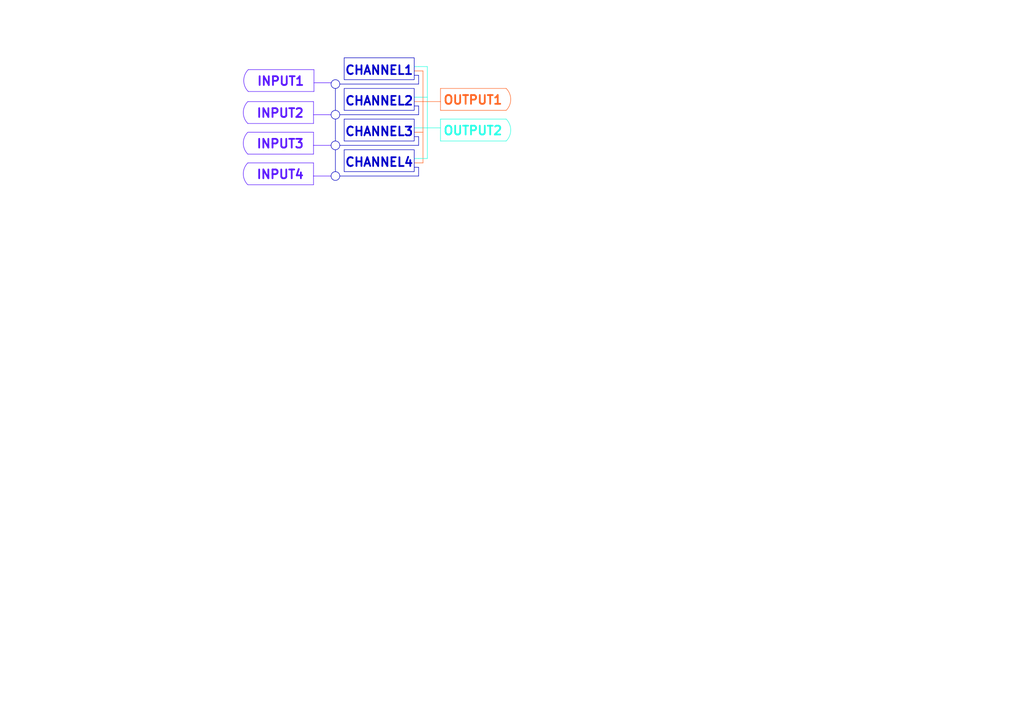
<source format=kicad_sch>
(kicad_sch (version 20231120) (generator "eeschema") (generator_version "8.0")
  (paper "A4")
  (junction (at 586.74 157.48))
  (junction (at 59.69 -326.39))
  (junction (at 52.07 -462.28))
  (junction (at 664.21 3.81))
  (junction (at 476.25 160.02))
  (junction (at 360.68 147.32))
  (junction (at 148.59 -334.01))
  (junction (at 59.69 -359.41))
  (junction (at 90.17 -408.94))
  (junction (at 455.93 134.62))
  (junction (at 52.07 -490.22))
  (junction (at 54.61 -485.14))
  (junction (at -71.12 109.22))
  (junction (at 118.11 -408.94))
  (junction (at 52.07 -492.76))
  (junction (at 654.05 72.39))
  (junction (at 586.74 148.59))
  (junction (at 118.11 -459.74))
  (junction (at 146.05 -354.33))
  (junction (at 709.93 -30.48))
  (junction (at 452.12 166.37))
  (junction (at 713.74 8.89))
  (junction (at 680.72 78.74))
  (junction (at 72.39 -467.36))
  (junction (at 100.33 -459.74))
  (junction (at 52.07 -457.2))
  (junction (at 118.11 -434.34))
  (junction (at 90.17 -412.75))
  (junction (at 360.68 157.48))
  (junction (at 76.2 -281.94))
  (junction (at -44.45 59.69))
  (junction (at 148.59 -361.95))
  (junction (at 90.17 -434.34))
  (junction (at 455.93 166.37))
  (junction (at 527.05 179.07))
  (junction (at 90.17 -488.95))
  (junction (at 105.41 -318.77))
  (junction (at 476.25 195.58))
  (junction (at 54.61 -431.8))
  (junction (at 54.61 -406.4))
  (junction (at 52.07 -441.96))
  (junction (at 85.09 -271.78))
  (junction (at 52.07 -416.56))
  (junction (at -71.12 119.38))
  (junction (at 148.59 -341.63))
  (junction (at 120.65 -408.94))
  (junction (at -73.66 71.12))
  (junction (at 565.15 218.44))
  (junction (at 360.68 154.94))
  (junction (at 52.07 -436.88))
  (junction (at 77.47 -359.41))
  (junction (at -63.5 50.8))
  (junction (at 100.33 -434.34))
  (junction (at 104.14 -459.74))
  (junction (at -49.53 24.13))
  (junction (at 661.67 -27.94))
  (junction (at 52.07 -431.8))
  (junction (at 120.65 -434.34))
  (junction (at 671.83 25.4))
  (junction (at 148.59 -349.25))
  (junction (at 91.44 -281.94))
  (junction (at -64.77 119.38))
  (junction (at 100.33 -408.94))
  (junction (at 87.63 -326.39))
  (junction (at 87.63 -359.41))
  (junction (at 455.93 156.21))
  (junction (at 455.93 124.46))
  (junction (at 360.68 144.78))
  (junction (at 52.07 -411.48))
  (junction (at 662.94 77.47))
  (junction (at 52.07 -467.36))
  (junction (at 72.39 -441.96))
  (junction (at 54.61 -434.34))
  (junction (at 568.96 218.44))
  (junction (at 104.14 -485.14))
  (junction (at 54.61 -457.2))
  (junction (at 90.17 -438.15))
  (junction (at -63.5 71.12))
  (junction (at 104.14 -434.34))
  (junction (at 695.96 15.24))
  (junction (at 54.61 -482.6))
  (junction (at 105.41 -351.79))
  (junction (at 438.15 166.37))
  (junction (at 90.17 -459.74))
  (junction (at 52.07 -406.4))
  (junction (at 560.07 210.82))
  (junction (at 476.25 132.08))
  (junction (at 406.4 170.18))
  (junction (at 148.59 -359.41))
  (junction (at 77.47 -326.39))
  (junction (at 422.91 166.37))
  (junction (at 105.41 -355.6))
  (junction (at 452.12 198.12))
  (junction (at 90.17 -463.55))
  (junction (at 120.65 -459.74))
  (junction (at 662.94 64.77))
  (junction (at 476.25 163.83))
  (junction (at 59.69 -331.47))
  (junction (at 52.07 -464.82))
  (junction (at 669.29 87.63))
  (junction (at 654.05 87.63))
  (junction (at 72.39 -492.76))
  (junction (at 406.4 173.99))
  (junction (at 76.2 -271.78))
  (junction (at 476.25 191.77))
  (junction (at 34.29 -276.86))
  (junction (at 586.74 166.37))
  (junction (at -44.45 67.31))
  (junction (at 148.59 -339.09))
  (junction (at 360.68 160.02))
  (junction (at 695.96 8.89))
  (junction (at 509.27 176.53))
  (junction (at 648.97 7.62))
  (junction (at 158.75 -431.8))
  (junction (at 509.27 179.07))
  (junction (at 452.12 134.62))
  (junction (at 59.69 -369.57))
  (junction (at 455.93 187.96))
  (junction (at 52.07 -414.02))
  (junction (at 648.97 12.7))
  (junction (at 118.11 -485.14))
  (junction (at 679.45 -26.67))
  (junction (at 360.68 166.37))
  (junction (at 662.94 87.63))
  (junction (at 52.07 -487.68))
  (junction (at 52.07 -439.42))
  (junction (at 105.41 -322.58))
  (junction (at 434.34 198.12))
  (junction (at 674.37 68.58))
  (junction (at 709.93 -21.59))
  (junction (at 360.68 152.4))
  (junction (at 455.93 198.12))
  (junction (at 650.24 87.63))
  (junction (at 72.39 -416.56))
  (junction (at 438.15 198.12))
  (junction (at 120.65 -485.14))
  (junction (at 85.09 -281.94))
  (junction (at 565.15 210.82))
  (junction (at 158.75 -482.6))
  (junction (at 158.75 -406.4))
  (junction (at 100.33 -485.14))
  (junction (at 148.59 -354.33))
  (junction (at 59.69 -336.55))
  (junction (at 104.14 -408.94))
  (junction (at 690.88 -27.94))
  (junction (at 438.15 134.62))
  (junction (at 146.05 -334.01))
  (junction (at 360.68 149.86))
  (junction (at 476.25 128.27))
  (junction (at 679.45 -30.48))
  (junction (at 59.69 -364.49))
  (junction (at 656.59 3.81))
  (junction (at 434.34 134.62))
  (junction (at 90.17 -485.14))
  (junction (at 697.23 71.12))
  (junction (at 388.62 166.37))
  (junction (at 52.07 -482.6))
  (junction (at 158.75 -457.2))
  (junction (at 643.89 64.77))
  (junction (at 434.34 166.37))
  (junction (at 378.46 166.37))
  (junction (at 54.61 -408.94))
  (junction (at 671.83 15.24))
  (junction (at 54.61 -459.74))
  (no_connect (at 170.18 -444.5))
  (no_connect (at 129.54 -322.58))
  (no_connect (at 170.18 -454.66))
  (no_connect (at 596.9 168.91))
  (no_connect (at 55.88 -267.97))
  (no_connect (at 170.18 -429.26))
  (no_connect (at 170.18 -393.7))
  (no_connect (at 596.9 142.24))
  (no_connect (at 170.18 -469.9))
  (no_connect (at 129.54 -355.6))
  (no_connect (at 170.18 -403.86))
  (no_connect (at 596.9 177.8))
  (no_connect (at 596.9 160.02))
  (no_connect (at 596.9 151.13))
  (no_connect (at 170.18 -480.06))
  (no_connect (at 170.18 -419.1))
  (wire (pts (xy 455.93 161.29) (xy 459.74 161.29)))
  (wire (pts (xy 149.86 -339.09) (xy 148.59 -339.09)))
  (polyline (pts (xy 90.935 35.815) (xy 71.885 35.815)) (stroke (width 0) (color 86 20 255 0.9019607843)))
  (wire (pts (xy 149.86 -361.95) (xy 148.59 -361.95)))
  (wire (pts (xy 116.84 -318.77) (xy 114.3 -318.77)))
  (polyline (pts (xy 120.142 39.624) (xy 121.412 39.624)))
  (wire (pts (xy 411.48 166.37) (xy 411.48 170.18)))
  (wire (pts (xy 669.29 78.74) (xy 669.29 77.47)))
  (wire (pts (xy 656.59 3.81) (xy 656.59 7.62)))
  (wire (pts (xy 54.61 -431.8) (xy 54.61 -429.26)))
  (wire (pts (xy 643.89 64.77) (xy 643.89 72.39)))
  (polyline (pts (xy 91.062 20.194) (xy 72.012 20.194)) (stroke (width 0) (color 86 20 255 0.9019607843)))
  (wire (pts (xy 662.94 87.63) (xy 669.29 87.63)))
  (wire (pts (xy 111.76 -405.13) (xy 118.11 -405.13)))
  (wire (pts (xy 438.15 166.37) (xy 438.15 167.64)))
  (wire (pts (xy 52.07 -462.28) (xy 52.07 -457.2)))
  (polyline (pts (xy 121.412 19.304) (xy 123.952 19.304)) (stroke (width 0) (color 37 255 223 1)))
  (wire (pts (xy -49.53 24.13) (xy -48.26 24.13)))
  (wire (pts (xy 445.77 138.43) (xy 452.12 138.43)))
  (wire (pts (xy 168.91 -292.1) (xy 168.91 -289.56)))
  (wire (pts (xy 137.16 -447.04) (xy 137.16 -450.85)))
  (wire (pts (xy 148.59 -328.93) (xy 149.86 -328.93)))
  (wire (pts (xy 52.07 -406.4) (xy 52.07 -401.32)))
  (wire (pts (xy 388.62 166.37) (xy 388.62 171.45)))
  (wire (pts (xy 527.05 186.69) (xy 525.78 186.69)))
  (wire (pts (xy 662.94 64.77) (xy 662.94 77.47)))
  (wire (pts (xy 71.12 -492.76) (xy 72.39 -492.76)))
  (wire (pts (xy 44.45 -287.02) (xy 41.91 -287.02)))
  (wire (pts (xy 50.8 -490.22) (xy 52.07 -490.22)))
  (wire (pts (xy 360.68 152.4) (xy 360.68 154.94)))
  (wire (pts (xy 537.21 179.07) (xy 535.94 179.07)))
  (wire (pts (xy 709.93 -21.59) (xy 703.58 -21.59)))
  (wire (pts (xy 360.68 149.86) (xy 360.68 152.4)))
  (wire (pts (xy 120.65 -483.87) (xy 120.65 -485.14)))
  (wire (pts (xy 54.61 -408.94) (xy 54.61 -406.4)))
  (wire (pts (xy 671.83 25.4) (xy 671.83 26.67)))
  (polyline (pts (xy 90.932 53.594) (xy 71.882 53.594)) (stroke (width 0) (color 86 20 255 0.9019607843)))
  (wire (pts (xy 142.24 -434.34) (xy 140.97 -434.34)))
  (wire (pts (xy -44.45 50.8) (xy -44.45 59.69)))
  (wire (pts (xy 651.51 -16.51) (xy 709.93 -16.51)))
  (wire (pts (xy 59.69 -321.31) (xy 59.69 -326.39)))
  (wire (pts (xy 486.41 176.53) (xy 486.41 163.83)))
  (polyline (pts (xy 120.142 37.084) (xy 121.412 37.084)) (stroke (width 0) (color 37 255 223 1)))
  (wire (pts (xy 104.14 -351.79) (xy 105.41 -351.79)))
  (wire (pts (xy 58.42 -273.05) (xy 55.88 -273.05)))
  (wire (pts (xy 90.17 -492.76) (xy 86.36 -492.76)))
  (polyline (pts (xy 120.142 30.734) (xy 121.412 30.734)))
  (wire (pts (xy 100.33 -459.74) (xy 100.33 -454.66)))
  (wire (pts (xy 455.93 129.54) (xy 459.74 129.54)))
  (wire (pts (xy 133.35 -271.78) (xy 133.35 -274.32)))
  (polyline (pts (xy 120.142 45.974) (xy 121.412 45.974)) (stroke (width 0) (color 37 255 223 1)))
  (wire (pts (xy 160.02 -271.78) (xy 160.02 -274.32)))
  (wire (pts (xy 50.8 -459.74) (xy 54.61 -459.74)))
  (wire (pts (xy 54.61 -406.4) (xy 73.66 -406.4)))
  (wire (pts (xy 50.8 -454.66) (xy 54.61 -454.66)))
  (wire (pts (xy 651.51 -27.94) (xy 652.78 -27.94)))
  (wire (pts (xy 55.88 -331.47) (xy 59.69 -331.47)))
  (wire (pts (xy 52.07 -492.76) (xy 52.07 -490.22)))
  (wire (pts (xy 158.75 -482.6) (xy 160.02 -482.6)))
  (wire (pts (xy 90.17 -485.14) (xy 90.17 -488.95)))
  (wire (pts (xy 100.33 -485.14) (xy 100.33 -480.06)))
  (wire (pts (xy 120.65 -407.67) (xy 120.65 -408.94)))
  (wire (pts (xy 52.07 -439.42) (xy 52.07 -436.88)))
  (wire (pts (xy -77.47 71.12) (xy -73.66 71.12)))
  (wire (pts (xy 87.63 -349.25) (xy 88.9 -349.25)))
  (wire (pts (xy 661.67 -21.59) (xy 661.67 -27.94)))
  (wire (pts (xy 146.05 -356.87) (xy 146.05 -354.33)))
  (wire (pts (xy 52.07 -431.8) (xy 52.07 -426.72)))
  (polyline (pts (xy 127.762 34.544) (xy 127.762 40.894)) (stroke (width 0) (color 37 255 223 1)))
  (wire (pts (xy 52.07 -490.22) (xy 52.07 -487.68)))
  (wire (pts (xy 140.97 -488.95) (xy 158.75 -488.95)))
  (wire (pts (xy 173.99 -398.78) (xy 170.18 -398.78)))
  (wire (pts (xy 85.09 -281.94) (xy 91.44 -281.94)))
  (wire (pts (xy -67.31 109.22) (xy -71.12 109.22)))
  (wire (pts (xy 565.15 218.44) (xy 568.96 218.44)))
  (wire (pts (xy 72.39 -359.41) (xy 77.47 -359.41)))
  (wire (pts (xy 62.23 -441.96) (xy 63.5 -441.96)))
  (wire (pts (xy 654.05 87.63) (xy 654.05 86.36)))
  (wire (pts (xy 648.97 3.81) (xy 648.97 7.62)))
  (wire (pts (xy 680.72 73.66) (xy 680.72 78.74)))
  (wire (pts (xy 62.23 -416.56) (xy 63.5 -416.56)))
  (wire (pts (xy 697.23 78.74) (xy 697.23 71.12)))
  (wire (pts (xy -71.12 119.38) (xy -71.12 120.65)))
  (wire (pts (xy 454.66 124.46) (xy 455.93 124.46)))
  (wire (pts (xy 455.93 166.37) (xy 459.74 166.37)))
  (wire (pts (xy 142.24 -485.14) (xy 140.97 -485.14)))
  (wire (pts (xy -77.47 76.2) (xy -77.47 71.12)))
  (wire (pts (xy 438.15 198.12) (xy 438.15 199.39)))
  (wire (pts (xy 52.07 -416.56) (xy 52.07 -414.02)))
  (wire (pts (xy 100.33 -434.34) (xy 99.06 -434.34)))
  (wire (pts (xy 59.69 -349.25) (xy 60.96 -349.25)))
  (wire (pts (xy 406.4 173.99) (xy 406.4 170.18)))
  (wire (pts (xy 360.68 176.53) (xy 361.95 176.53)))
  (wire (pts (xy 509.27 189.23) (xy 510.54 189.23)))
  (wire (pts (xy 679.45 -30.48) (xy 679.45 -26.67)))
  (wire (pts (xy 86.36 -326.39) (xy 87.63 -326.39)))
  (polyline (pts (xy 90.932 47.244) (xy 71.882 47.244)) (stroke (width 0) (color 86 20 255 0.9019607843)))
  (wire (pts (xy 86.36 -359.41) (xy 87.63 -359.41)))
  (wire (pts (xy 50.8 -464.82) (xy 52.07 -464.82)))
  (wire (pts (xy 476.25 163.83) (xy 476.25 160.02)))
  (wire (pts (xy 661.67 -33.02) (xy 662.94 -33.02)))
  (wire (pts (xy 67.31 -270.51) (xy 67.31 -273.05)))
  (wire (pts (xy 455.93 134.62) (xy 452.12 134.62)))
  (wire (pts (xy 654.05 87.63) (xy 662.94 87.63)))
  (wire (pts (xy 488.95 173.99) (xy 488.95 132.08)))
  (wire (pts (xy 52.07 -467.36) (xy 54.61 -467.36)))
  (polyline (pts (xy 120.142 19.304) (xy 121.412 19.304)) (stroke (width 0) (color 37 255 223 1)))
  (wire (pts (xy 72.39 -487.68) (xy 73.66 -487.68)))
  (wire (pts (xy 674.37 64.77) (xy 674.37 68.58)))
  (wire (pts (xy 140.97 -408.94) (xy 140.97 -412.75)))
  (wire (pts (xy 77.47 -318.77) (xy 76.2 -318.77)))
  (wire (pts (xy 494.03 173.99) (xy 488.95 173.99)))
  (wire (pts (xy 91.44 -271.78) (xy 85.09 -271.78)))
  (wire (pts (xy 62.23 -492.76) (xy 63.5 -492.76)))
  (wire (pts (xy 146.05 -336.55) (xy 146.05 -334.01)))
  (wire (pts (xy 445.77 201.93) (xy 452.12 201.93)))
  (wire (pts (xy 158.75 -482.6) (xy 157.48 -482.6)))
  (wire (pts (xy 474.98 195.58) (xy 476.25 195.58)))
  (wire (pts (xy 477.52 195.58) (xy 476.25 195.58)))
  (wire (pts (xy 50.8 -431.8) (xy 52.07 -431.8)))
  (wire (pts (xy 679.45 -30.48) (xy 679.45 -40.64)))
  (wire (pts (xy 71.12 -441.96) (xy 72.39 -441.96)))
  (wire (pts (xy 85.09 -271.78) (xy 76.2 -271.78)))
  (wire (pts (xy 120.65 -458.47) (xy 120.65 -459.74)))
  (wire (pts (xy 50.8 -434.34) (xy 54.61 -434.34)))
  (wire (pts (xy -73.66 62.23) (xy -73.66 71.12)))
  (wire (pts (xy 151.13 -447.04) (xy 152.4 -447.04)))
  (wire (pts (xy -63.5 50.8) (xy -62.23 50.8)))
  (wire (pts (xy 438.15 134.62) (xy 438.15 135.89)))
  (wire (pts (xy 59.69 -331.47) (xy 59.69 -326.39)))
  (polyline (pts (xy 120.142 47.244) (xy 122.682 47.244)) (stroke (width 0) (color 255 99 33 1)))
  (wire (pts (xy 137.16 -459.74) (xy 120.65 -459.74)))
  (wire (pts (xy 91.44 -271.78) (xy 91.44 -273.05)))
  (wire (pts (xy 558.8 205.74) (xy 566.42 205.74)))
  (wire (pts (xy 474.98 163.83) (xy 476.25 163.83)))
  (wire (pts (xy 104.14 -485.14) (xy 104.14 -483.87)))
  (wire (pts (xy 434.34 166.37) (xy 438.15 166.37)))
  (wire (pts (xy 85.09 -281.94) (xy 76.2 -281.94)))
  (polyline (pts (xy 120.142 21.844) (xy 121.412 21.844)))
  (wire (pts (xy 88.9 -485.14) (xy 90.17 -485.14)))
  (wire (pts (xy 509.27 176.53) (xy 509.27 179.07)))
  (wire (pts (xy 434.34 134.62) (xy 434.34 139.7)))
  (wire (pts (xy 151.13 -472.44) (xy 152.4 -472.44)))
  (wire (pts (xy 486.41 179.07) (xy 486.41 195.58)))
  (wire (pts (xy 648.97 7.62) (xy 648.97 12.7)))
  (wire (pts (xy 158.75 -457.2) (xy 160.02 -457.2)))
  (wire (pts (xy 695.96 8.89) (xy 695.96 15.24)))
  (polyline (pts (xy 98.552 24.384) (xy 121.412 24.384)))
  (wire (pts (xy 708.66 3.81) (xy 713.74 3.81)))
  (wire (pts (xy 72.39 -326.39) (xy 77.47 -326.39)))
  (wire (pts (xy 85.09 -280.67) (xy 85.09 -281.94)))
  (polyline (pts (xy 90.932 44.704) (xy 71.882 44.704)) (stroke (width 0) (color 86 20 255 0.9019607843)))
  (wire (pts (xy 674.37 68.58) (xy 674.37 72.39)))
  (wire (pts (xy 59.69 -354.33) (xy 59.69 -359.41)))
  (wire (pts (xy 669.29 87.63) (xy 669.29 86.36)))
  (wire (pts (xy 59.69 -374.65) (xy 59.69 -369.57)))
  (wire (pts (xy 88.9 -459.74) (xy 90.17 -459.74)))
  (wire (pts (xy 52.07 -452.12) (xy 50.8 -452.12)))
  (wire (pts (xy 72.39 -462.28) (xy 73.66 -462.28)))
  (wire (pts (xy 137.16 -408.94) (xy 120.65 -408.94)))
  (wire (pts (xy 52.07 -436.88) (xy 52.07 -431.8)))
  (wire (pts (xy 90.17 -459.74) (xy 91.44 -459.74)))
  (wire (pts (xy 120.65 -434.34) (xy 118.11 -434.34)))
  (wire (pts (xy 52.07 -401.32) (xy 50.8 -401.32)))
  (wire (pts (xy 140.97 -485.14) (xy 140.97 -488.95)))
  (wire (pts (xy 345.44 147.32) (xy 342.9 147.32)))
  (wire (pts (xy 104.14 -434.34) (xy 104.14 -433.07)))
  (wire (pts (xy 111.76 -325.12) (xy 110.49 -325.12)))
  (wire (pts (xy 137.16 -421.64) (xy 137.16 -425.45)))
  (wire (pts (xy 111.76 -481.33) (xy 118.11 -481.33)))
  (wire (pts (xy 476.25 195.58) (xy 476.25 191.77)))
  (wire (pts (xy 688.34 -30.48) (xy 690.88 -30.48)))
  (wire (pts (xy 361.95 171.45) (xy 360.68 171.45)))
  (wire (pts (xy 149.86 -351.79) (xy 146.05 -351.79)))
  (wire (pts (xy 55.88 -326.39) (xy 59.69 -326.39)))
  (wire (pts (xy 709.93 -21.59) (xy 709.93 -30.48)))
  (wire (pts (xy 87.63 -316.23) (xy 88.9 -316.23)))
  (wire (pts (xy 697.23 15.24) (xy 695.96 15.24)))
  (wire (pts (xy 115.57 -271.78) (xy 115.57 -274.32)))
  (wire (pts (xy 149.86 -331.47) (xy 146.05 -331.47)))
  (wire (pts (xy 87.63 -326.39) (xy 93.98 -326.39)))
  (wire (pts (xy 140.97 -459.74) (xy 140.97 -463.55)))
  (wire (pts (xy 445.77 156.21) (xy 447.04 156.21)))
  (wire (pts (xy 378.46 166.37) (xy 378.46 173.99)))
  (wire (pts (xy -71.12 119.38) (xy -71.12 118.11)))
  (wire (pts (xy 137.16 -485.14) (xy 120.65 -485.14)))
  (wire (pts (xy 104.14 -485.14) (xy 107.95 -485.14)))
  (wire (pts (xy 537.21 171.45) (xy 537.21 179.07)))
  (wire (pts (xy 52.07 -288.29) (xy 53.34 -288.29)))
  (wire (pts (xy 54.61 -431.8) (xy 73.66 -431.8)))
  (wire (pts (xy 41.91 -276.86) (xy 41.91 -281.94)))
  (wire (pts (xy 560.07 210.82) (xy 565.15 210.82)))
  (wire (pts (xy 140.97 -412.75) (xy 158.75 -412.75)))
  (wire (pts (xy 137.16 -483.87) (xy 137.16 -485.14)))
  (wire (pts (xy 50.8 -480.06) (xy 54.61 -480.06)))
  (wire (pts (xy 72.39 -416.56) (xy 72.39 -411.48)))
  (wire (pts (xy 420.37 166.37) (xy 422.91 166.37)))
  (wire (pts (xy 342.9 152.4) (xy 345.44 152.4)))
  (wire (pts (xy 434.34 198.12) (xy 438.15 198.12)))
  (wire (pts (xy 151.13 -271.78) (xy 151.13 -274.32)))
  (wire (pts (xy 713.74 17.78) (xy 712.47 17.78)))
  (wire (pts (xy -31.75 129.54) (xy -35.56 129.54)))
  (wire (pts (xy 104.14 -408.94) (xy 107.95 -408.94)))
  (wire (pts (xy 434.34 166.37) (xy 434.34 171.45)))
  (wire (pts (xy 388.62 176.53) (xy 389.89 176.53)))
  (wire (pts (xy 449.58 134.62) (xy 452.12 134.62)))
  (wire (pts (xy 104.14 -459.74) (xy 107.95 -459.74)))
  (wire (pts (xy 679.45 -30.48) (xy 678.18 -30.48)))
  (polyline (pts (xy 121.412 24.384) (xy 121.412 21.844)))
  (wire (pts (xy 445.77 124.46) (xy 447.04 124.46)))
  (wire (pts (xy 71.12 -467.36) (xy 72.39 -467.36)))
  (wire (pts (xy 476.25 160.02) (xy 476.25 156.21)))
  (wire (pts (xy 87.63 -354.33) (xy 88.9 -354.33)))
  (wire (pts (xy 434.34 166.37) (xy 433.07 166.37)))
  (wire (pts (xy 360.68 144.78) (xy 360.68 147.32)))
  (wire (pts (xy 100.33 -434.34) (xy 100.33 -429.26)))
  (wire (pts (xy 671.83 15.24) (xy 671.83 16.51)))
  (wire (pts (xy 72.39 -411.48) (xy 73.66 -411.48)))
  (wire (pts (xy 54.61 -459.74) (xy 54.61 -457.2)))
  (wire (pts (xy 662.94 64.77) (xy 665.48 64.77)))
  (wire (pts (xy 527.05 179.07) (xy 527.05 186.69)))
  (wire (pts (xy 690.88 -21.59) (xy 695.96 -21.59)))
  (wire (pts (xy 701.04 8.89) (xy 695.96 8.89)))
  (wire (pts (xy 105.41 -322.58) (xy 105.41 -326.39)))
  (wire (pts (xy 59.69 -326.39) (xy 64.77 -326.39)))
  (wire (pts (xy 654.05 72.39) (xy 654.05 78.74)))
  (wire (pts (xy 50.8 -403.86) (xy 54.61 -403.86)))
  (polyline (pts (xy 98.552 42.164) (xy 121.412 42.164)))
  (wire (pts (xy 509.27 179.07) (xy 514.35 179.07)))
  (wire (pts (xy 105.41 -351.79) (xy 105.41 -355.6)))
  (wire (pts (xy 50.8 -408.94) (xy 54.61 -408.94)))
  (wire (pts (xy 434.34 198.12) (xy 434.34 203.2)))
  (wire (pts (xy 671.83 3.81) (xy 671.83 15.24)))
  (wire (pts (xy -54.61 71.12) (xy -52.07 71.12)))
  (polyline (pts (xy 90.932 38.354) (xy 71.882 38.354)) (stroke (width 0) (color 86 20 255 0.9019607843)))
  (wire (pts (xy 468.63 128.27) (xy 476.25 128.27)))
  (wire (pts (xy 106.68 -292.1) (xy 106.68 -289.56)))
  (wire (pts (xy 72.39 -467.36) (xy 72.39 -462.28)))
  (wire (pts (xy 77.47 -351.79) (xy 76.2 -351.79)))
  (wire (pts (xy -73.66 50.8) (xy -72.39 50.8)))
  (wire (pts (xy 565.15 210.82) (xy 566.42 210.82)))
  (wire (pts (xy 143.51 -354.33) (xy 146.05 -354.33)))
  (wire (pts (xy 449.58 198.12) (xy 452.12 198.12)))
  (wire (pts (xy 586.74 166.37) (xy 586.74 175.26)))
  (wire (pts (xy 55.88 -369.57) (xy 59.69 -369.57)))
  (wire (pts (xy 143.51 -334.01) (xy 146.05 -334.01)))
  (wire (pts (xy 52.07 -494.03) (xy 52.07 -492.76)))
  (wire (pts (xy 124.46 -271.78) (xy 124.46 -274.32)))
  (wire (pts (xy 137.16 -433.07) (xy 137.16 -434.34)))
  (wire (pts (xy 55.88 -341.63) (xy 59.69 -341.63)))
  (wire (pts (xy 60.96 -354.33) (xy 59.69 -354.33)))
  (wire (pts (xy 72.39 -492.76) (xy 78.74 -492.76)))
  (wire (pts (xy -63.5 50.8) (xy -63.5 57.15)))
  (wire (pts (xy 90.17 -459.74) (xy 90.17 -463.55)))
  (wire (pts (xy 54.61 -485.14) (xy 54.61 -482.6)))
  (wire (pts (xy 88.9 -434.34) (xy 90.17 -434.34)))
  (wire (pts (xy -63.5 57.15) (xy -60.96 57.15)))
  (wire (pts (xy 54.61 -457.2) (xy 54.61 -454.66)))
  (wire (pts (xy 55.88 -374.65) (xy 59.69 -374.65)))
  (wire (pts (xy 148.59 -334.01) (xy 148.59 -328.93)))
  (wire (pts (xy 54.61 -457.2) (xy 73.66 -457.2)))
  (wire (pts (xy 59.69 -369.57) (xy 59.69 -364.49)))
  (wire (pts (xy 560.07 218.44) (xy 565.15 218.44)))
  (wire (pts (xy 434.34 198.12) (xy 433.07 198.12)))
  (wire (pts (xy 455.93 134.62) (xy 459.74 134.62)))
  (wire (pts (xy 54.61 -434.34) (xy 54.61 -431.8)))
  (wire (pts (xy 652.78 64.77) (xy 662.94 64.77)))
  (wire (pts (xy 652.78 72.39) (xy 654.05 72.39)))
  (wire (pts (xy -73.66 62.23) (xy -60.96 62.23)))
  (wire (pts (xy 149.86 -354.33) (xy 148.59 -354.33)))
  (wire (pts (xy 422.91 166.37) (xy 422.91 198.12)))
  (wire (pts (xy 158.75 -488.95) (xy 158.75 -482.6)))
  (wire (pts (xy 60.96 -321.31) (xy 59.69 -321.31)))
  (polyline (pts (xy 120.142 29.464) (xy 122.682 29.464)) (stroke (width 0) (color 255 99 33 1)))
  (wire (pts (xy 142.24 -271.78) (xy 142.24 -274.32)))
  (wire (pts (xy 422.91 198.12) (xy 425.45 198.12)))
  (wire (pts (xy 87.63 -359.41) (xy 93.98 -359.41)))
  (wire (pts (xy -35.56 129.54) (xy -35.56 121.92)))
  (wire (pts (xy 90.17 -488.95) (xy 90.17 -492.76)))
  (polyline (pts (xy 127.762 40.894) (xy 146.812 40.894)) (stroke (width 0) (color 37 255 223 1)))
  (wire (pts (xy 52.07 -468.63) (xy 52.07 -467.36)))
  (wire (pts (xy 50.8 -439.42) (xy 52.07 -439.42)))
  (polyline (pts (xy 127.762 29.464) (xy 127.762 29.464)) (stroke (width 0) (color 255 99 33 1)))
  (wire (pts (xy 690.88 -27.94) (xy 693.42 -27.94)))
  (wire (pts (xy 104.14 -434.34) (xy 107.95 -434.34)))
  (wire (pts (xy 168.91 -271.78) (xy 168.91 -274.32)))
  (wire (pts (xy 476.25 124.46) (xy 472.44 124.46)))
  (wire (pts (xy 149.86 -336.55) (xy 146.05 -336.55)))
  (wire (pts (xy 438.15 166.37) (xy 441.96 166.37)))
  (polyline (pts (xy 120.142 48.514) (xy 121.412 48.514)))
  (wire (pts (xy 679.45 -21.59) (xy 679.45 -26.67)))
  (wire (pts (xy 455.93 124.46) (xy 464.82 124.46)))
  (wire (pts (xy 697.23 58.42) (xy 697.23 71.12)))
  (wire (pts (xy 360.68 160.02) (xy 360.68 166.37)))
  (wire (pts (xy 105.41 -359.41) (xy 101.6 -359.41)))
  (wire (pts (xy 142.24 -292.1) (xy 142.24 -289.56)))
  (wire (pts (xy 509.27 171.45) (xy 537.21 171.45)))
  (polyline (pts (xy 122.682 29.464) (xy 122.682 38.354)) (stroke (width 0) (color 255 99 33 1)))
  (wire (pts (xy 455.93 187.96) (xy 455.93 193.04)))
  (polyline (pts (xy 122.682 29.464) (xy 127.762 29.464)) (stroke (width 0) (color 255 99 33 1)))
  (wire (pts (xy 50.8 -462.28) (xy 52.07 -462.28)))
  (wire (pts (xy 494.03 176.53) (xy 486.41 176.53)))
  (wire (pts (xy 586.74 148.59) (xy 586.74 157.48)))
  (wire (pts (xy 50.8 -487.68) (xy 52.07 -487.68)))
  (wire (pts (xy 673.1 64.77) (xy 674.37 64.77)))
  (wire (pts (xy 406.4 166.37) (xy 402.59 166.37)))
  (wire (pts (xy 494.03 171.45) (xy 494.03 163.83)))
  (wire (pts (xy 100.33 -459.74) (xy 99.06 -459.74)))
  (wire (pts (xy 643.89 58.42) (xy 697.23 58.42)))
  (wire (pts (xy 149.86 -359.41) (xy 148.59 -359.41)))
  (wire (pts (xy 140.97 -480.06) (xy 142.24 -480.06)))
  (wire (pts (xy 388.62 166.37) (xy 394.97 166.37)))
  (wire (pts (xy 142.24 -447.04) (xy 143.51 -447.04)))
  (wire (pts (xy 151.13 -421.64) (xy 152.4 -421.64)))
  (wire (pts (xy 115.57 -292.1) (xy 115.57 -289.56)))
  (wire (pts (xy 645.16 72.39) (xy 643.89 72.39)))
  (wire (pts (xy 142.24 -421.64) (xy 143.51 -421.64)))
  (wire (pts (xy 173.99 -449.58) (xy 170.18 -449.58)))
  (wire (pts (xy 72.39 -416.56) (xy 78.74 -416.56)))
  (wire (pts (xy 650.24 82.55) (xy 650.24 87.63)))
  (wire (pts (xy 118.11 -455.93) (xy 118.11 -459.74)))
  (wire (pts (xy 452.12 138.43) (xy 452.12 134.62)))
  (wire (pts (xy 52.07 -492.76) (xy 54.61 -492.76)))
  (wire (pts (xy 140.97 -403.86) (xy 142.24 -403.86)))
  (wire (pts (xy 72.39 -436.88) (xy 73.66 -436.88)))
  (wire (pts (xy 59.69 -359.41) (xy 64.77 -359.41)))
  (polyline (pts (xy 90.932 38.354) (xy 90.932 44.704)) (stroke (width 0) (color 86 20 255 0.9019607843)))
  (wire (pts (xy -73.66 71.12) (xy -63.5 71.12)))
  (wire (pts (xy 52.07 -457.2) (xy 52.07 -452.12)))
  (wire (pts (xy 105.41 -355.6) (xy 105.41 -359.41)))
  (wire (pts (xy 398.78 170.18) (xy 406.4 170.18)))
  (polyline (pts (xy 98.552 33.274) (xy 121.412 33.274)))
  (wire (pts (xy -44.45 71.12) (xy -44.45 67.31)))
  (wire (pts (xy 648.97 12.7) (xy 655.32 12.7)))
  (polyline (pts (xy 98.552 51.054) (xy 121.412 51.054)))
  (wire (pts (xy 67.31 -290.83) (xy 67.31 -288.29)))
  (wire (pts (xy 118.11 -405.13) (xy 118.11 -408.94)))
  (wire (pts (xy 52.07 -482.6) (xy 52.07 -477.52)))
  (wire (pts (xy 379.73 166.37) (xy 378.46 166.37)))
  (wire (pts (xy 455.93 124.46) (xy 455.93 129.54)))
  (polyline (pts (xy 123.952 37.084) (xy 127.762 37.084)) (stroke (width 0) (color 37 255 223 1)))
  (wire (pts (xy 140.97 -463.55) (xy 158.75 -463.55)))
  (wire (pts (xy 52.07 -411.48) (xy 52.07 -406.4)))
  (wire (pts (xy 140.97 -454.66) (xy 142.24 -454.66)))
  (wire (pts (xy 90.17 -416.56) (xy 86.36 -416.56)))
  (wire (pts (xy 654.05 17.78) (xy 655.32 17.78)))
  (wire (pts (xy 406.4 173.99) (xy 407.67 173.99)))
  (wire (pts (xy 115.57 -459.74) (xy 118.11 -459.74)))
  (wire (pts (xy 100.33 -408.94) (xy 104.14 -408.94)))
  (wire (pts (xy 90.17 -434.34) (xy 91.44 -434.34)))
  (wire (pts (xy 671.83 15.24) (xy 670.56 15.24)))
  (wire (pts (xy 148.59 -364.49) (xy 148.59 -361.95)))
  (wire (pts (xy 713.74 3.81) (xy 713.74 8.89)))
  (wire (pts (xy 586.74 139.7) (xy 586.74 148.59)))
  (wire (pts (xy 82.55 -463.55) (xy 90.17 -463.55)))
  (wire (pts (xy 78.74 -326.39) (xy 77.47 -326.39)))
  (wire (pts (xy 120.65 -485.14) (xy 118.11 -485.14)))
  (wire (pts (xy 71.12 -416.56) (xy 72.39 -416.56)))
  (wire (pts (xy 137.16 -396.24) (xy 137.16 -400.05)))
  (wire (pts (xy 476.25 191.77) (xy 476.25 187.96)))
  (wire (pts (xy 434.34 134.62) (xy 433.07 134.62)))
  (wire (pts (xy 488.95 132.08) (xy 485.14 132.08)))
  (wire (pts (xy 708.66 8.89) (xy 713.74 8.89)))
  (wire (pts (xy 52.07 -477.52) (xy 50.8 -477.52)))
  (wire (pts (xy 160.02 -292.1) (xy 160.02 -289.56)))
  (wire (pts (xy -71.12 109.22) (xy -71.12 107.95)))
  (wire (pts (xy 90.17 -438.15) (xy 90.17 -441.96)))
  (wire (pts (xy 105.41 -351.79) (xy 106.68 -351.79)))
  (wire (pts (xy -71.12 119.38) (xy -64.77 119.38)))
  (wire (pts (xy 434.34 134.62) (xy 438.15 134.62)))
  (wire (pts (xy 713.74 8.89) (xy 713.74 17.78)))
  (wire (pts (xy 709.93 -30.48) (xy 718.82 -30.48)))
  (wire (pts (xy 558.8 210.82) (xy 560.07 210.82)))
  (polyline (pts (xy 121.412 42.164) (xy 121.412 39.624)))
  (wire (pts (xy 674.37 68.58) (xy 680.72 68.58)))
  (wire (pts (xy 654.05 72.39) (xy 665.48 72.39)))
  (wire (pts (xy 158.75 -431.8) (xy 157.48 -431.8)))
  (wire (pts (xy 148.59 -359.41) (xy 148.59 -354.33)))
  (wire (pts (xy 72.39 -441.96) (xy 78.74 -441.96)))
  (wire (pts (xy 173.99 -424.18) (xy 170.18 -424.18)))
  (wire (pts (xy 360.68 147.32) (xy 360.68 149.86)))
  (wire (pts (xy 697.23 71.12) (xy 695.96 71.12)))
  (wire (pts (xy 118.11 -481.33) (xy 118.11 -485.14)))
  (wire (pts (xy 692.15 78.74) (xy 697.23 78.74)))
  (wire (pts (xy 50.8 -429.26) (xy 54.61 -429.26)))
  (wire (pts (xy 158.75 -431.8) (xy 160.02 -431.8)))
  (wire (pts (xy 422.91 134.62) (xy 422.91 166.37)))
  (wire (pts (xy 388.62 171.45) (xy 389.89 171.45)))
  (polyline (pts (xy 121.412 45.974) (xy 123.952 45.974)) (stroke (width 0) (color 37 255 223 1)))
  (wire (pts (xy 455.93 187.96) (xy 464.82 187.96)))
  (wire (pts (xy 650.24 87.63) (xy 654.05 87.63)))
  (wire (pts (xy 158.75 -463.55) (xy 158.75 -457.2)))
  (wire (pts (xy 120.65 -433.07) (xy 120.65 -434.34)))
  (wire (pts (xy 468.63 160.02) (xy 476.25 160.02)))
  (wire (pts (xy 645.16 87.63) (xy 650.24 87.63)))
  (wire (pts (xy 90.17 -434.34) (xy 90.17 -438.15)))
  (wire (pts (xy 455.93 198.12) (xy 459.74 198.12)))
  (wire (pts (xy 50.8 -406.4) (xy 52.07 -406.4)))
  (wire (pts (xy 668.02 7.62) (xy 664.21 7.62)))
  (wire (pts (xy 680.72 78.74) (xy 684.53 78.74)))
  (wire (pts (xy 360.68 154.94) (xy 360.68 157.48)))
  (wire (pts (xy 360.68 142.24) (xy 360.68 144.78)))
  (wire (pts (xy -50.8 21.59) (xy -49.53 21.59)))
  (wire (pts (xy 342.9 154.94) (xy 345.44 154.94)))
  (wire (pts (xy 52.07 -414.02) (xy 52.07 -411.48)))
  (wire (pts (xy 360.68 157.48) (xy 360.68 160.02)))
  (polyline (pts (xy 90.935 29.465) (xy 90.935 35.815)) (stroke (width 0) (color 86 20 255 0.9019607843)))
  (wire (pts (xy 568.96 218.44) (xy 568.96 214.63)))
  (wire (pts (xy 438.15 198.12) (xy 441.96 198.12)))
  (wire (pts (xy 643.89 58.42) (xy 643.89 64.77)))
  (wire (pts (xy -64.77 111.76) (xy -67.31 111.76)))
  (wire (pts (xy 76.2 -271.78) (xy 76.2 -270.51)))
  (wire (pts (xy 486.41 163.83) (xy 485.14 163.83)))
  (wire (pts (xy 568.96 214.63) (xy 572.77 214.63)))
  (wire (pts (xy 149.86 -341.63) (xy 148.59 -341.63)))
  (wire (pts (xy 146.05 -334.01) (xy 146.05 -331.47)))
  (wire (pts (xy 452.12 201.93) (xy 452.12 198.12)))
  (wire (pts (xy 82.55 -488.95) (xy 90.17 -488.95)))
  (wire (pts (xy 55.88 -336.55) (xy 59.69 -336.55)))
  (wire (pts (xy 476.25 132.08) (xy 476.25 128.27)))
  (polyline (pts (xy 121.412 33.274) (xy 121.412 30.734)))
  (polyline (pts (xy 121.412 37.084) (xy 123.952 37.084)) (stroke (width 0) (color 37 255 223 1)))
  (polyline (pts (xy 96.142 24.004) (xy 91.062 24.004)) (stroke (width 0) (color 86 20 255 0.9019607843)))
  (wire (pts (xy 679.45 -30.48) (xy 680.72 -30.48)))
  (wire (pts (xy 452.12 170.18) (xy 452.12 166.37)))
  (wire (pts (xy 709.93 -16.51) (xy 709.93 -21.59)))
  (polyline (pts (xy 127.762 32.004) (xy 146.812 32.004)) (stroke (width 0) (color 255 99 33 1)))
  (wire (pts (xy -49.53 24.13) (xy -49.53 26.67)))
  (wire (pts (xy 115.57 -434.34) (xy 118.11 -434.34)))
  (wire (pts (xy 100.33 -459.74) (xy 104.14 -459.74)))
  (wire (pts (xy 97.79 -322.58) (xy 105.41 -322.58)))
  (wire (pts (xy 454.66 156.21) (xy 455.93 156.21)))
  (wire (pts (xy 690.88 -27.94) (xy 690.88 -21.59)))
  (wire (pts (xy 697.23 71.12) (xy 699.77 71.12)))
  (wire (pts (xy 664.21 7.62) (xy 664.21 3.81)))
  (wire (pts (xy 342.9 160.02) (xy 345.44 160.02)))
  (polyline (pts (xy 96.015 33.275) (xy 90.935 33.275)) (stroke (width 0) (color 86 20 255 0.9019607843)))
  (wire (pts (xy 671.83 25.4) (xy 654.05 25.4)))
  (polyline (pts (xy 90.932 51.054) (xy 90.932 51.054)) (stroke (width 0) (color 86 20 255 0.9019607843)))
  (wire (pts (xy 455.93 134.62) (xy 455.93 135.89)))
  (polyline (pts (xy 121.412 51.054) (xy 121.412 48.514)))
  (wire (pts (xy -44.45 67.31) (xy -48.26 67.31)))
  (wire (pts (xy 105.41 -318.77) (xy 106.68 -318.77)))
  (wire (pts (xy 116.84 -351.79) (xy 114.3 -351.79)))
  (polyline (pts (xy 123.952 19.304) (xy 123.952 28.194)) (stroke (width 0) (color 37 255 223 1)))
  (wire (pts (xy 87.63 -326.39) (xy 87.63 -321.31)))
  (polyline (pts (xy 90.935 33.275) (xy 90.935 33.275)) (stroke (width 0) (color 86 20 255 0.9019607843)))
  (polyline (pts (xy 120.142 38.354) (xy 122.682 38.354)) (stroke (width 0) (color 255 99 33 1)))
  (wire (pts (xy 148.59 -339.09) (xy 148.59 -334.01)))
  (wire (pts (xy 54.61 -482.6) (xy 54.61 -480.06)))
  (wire (pts (xy 55.88 -359.41) (xy 59.69 -359.41)))
  (polyline (pts (xy 127.762 25.654) (xy 127.762 32.004)) (stroke (width 0) (color 255 99 33 1)))
  (wire (pts (xy 342.9 142.24) (xy 345.44 142.24)))
  (wire (pts (xy 158.75 -412.75) (xy 158.75 -406.4)))
  (wire (pts (xy 494.03 163.83) (xy 542.29 163.83)))
  (wire (pts (xy 422.91 166.37) (xy 425.45 166.37)))
  (polyline (pts (xy 97.282 43.434) (xy 97.282 49.784)))
  (wire (pts (xy 648.97 12.7) (xy 648.97 25.4)))
  (wire (pts (xy 652.78 7.62) (xy 648.97 7.62)))
  (polyline (pts (xy 91.062 26.544) (xy 72.012 26.544)) (stroke (width 0) (color 86 20 255 0.9019607843)))
  (wire (pts (xy 110.49 -358.14) (xy 110.49 -355.6)))
  (wire (pts (xy 77.47 -359.41) (xy 77.47 -351.79)))
  (wire (pts (xy 142.24 -396.24) (xy 143.51 -396.24)))
  (wire (pts (xy -54.61 50.8) (xy -44.45 50.8)))
  (wire (pts (xy 468.63 191.77) (xy 476.25 191.77)))
  (wire (pts (xy 140.97 -438.15) (xy 158.75 -438.15)))
  (wire (pts (xy 690.88 -30.48) (xy 690.88 -27.94)))
  (wire (pts (xy 654.05 25.4) (xy 654.05 17.78)))
  (wire (pts (xy 509.27 184.15) (xy 509.27 179.07)))
  (wire (pts (xy 100.33 -408.94) (xy 100.33 -403.86)))
  (wire (pts (xy -49.53 26.67) (xy -50.8 26.67)))
  (wire (pts (xy -38.1 111.76) (xy -39.37 111.76)))
  (polyline (pts (xy 127.762 25.654) (xy 146.812 25.654)) (stroke (width 0) (color 255 99 33 1)))
  (wire (pts (xy -73.66 72.39) (xy -73.66 71.12)))
  (wire (pts (xy 455.93 156.21) (xy 464.82 156.21)))
  (wire (pts (xy 59.69 -341.63) (xy 59.69 -336.55)))
  (wire (pts (xy 148.59 -349.25) (xy 149.86 -349.25)))
  (wire (pts (xy 387.35 166.37) (xy 388.62 166.37)))
  (polyline (pts (xy 120.142 20.574) (xy 122.682 20.574)) (stroke (width 0) (color 255 99 33 1)))
  (polyline (pts (xy 90.932 42.164) (xy 90.932 42.164)) (stroke (width 0) (color 86 20 255 0.9019607843)))
  (wire (pts (xy 158.75 -457.2) (xy 157.48 -457.2)))
  (wire (pts (xy 90.17 -408.94) (xy 90.17 -412.75)))
  (polyline (pts (xy 120.142 28.194) (xy 121.412 28.194)) (stroke (width 0) (color 37 255 223 1)))
  (wire (pts (xy 345.44 144.78) (xy 342.9 144.78)))
  (wire (pts (xy 494.03 179.07) (xy 486.41 179.07)))
  (wire (pts (xy -45.72 59.69) (xy -44.45 59.69)))
  (wire (pts (xy 662.94 -27.94) (xy 661.67 -27.94)))
  (wire (pts (xy 679.45 -40.64) (xy 717.55 -40.64)))
  (wire (pts (xy 76.2 -273.05) (xy 76.2 -271.78)))
  (wire (pts (xy 59.69 -364.49) (xy 59.69 -359.41)))
  (wire (pts (xy 120.65 -408.94) (xy 118.11 -408.94)))
  (wire (pts (xy 148.59 -361.95) (xy 148.59 -359.41)))
  (wire (pts (xy 378.46 173.99) (xy 377.19 173.99)))
  (wire (pts (xy 405.13 173.99) (xy 406.4 173.99)))
  (wire (pts (xy 674.37 -21.59) (xy 679.45 -21.59)))
  (wire (pts (xy 54.61 -406.4) (xy 54.61 -403.86)))
  (polyline (pts (xy 97.282 34.544) (xy 97.282 40.894)))
  (wire (pts (xy 100.33 -408.94) (xy 99.06 -408.94)))
  (polyline (pts (xy 97.282 25.654) (xy 97.282 32.004)))
  (wire (pts (xy 52.07 -441.96) (xy 52.07 -439.42)))
  (wire (pts (xy 158.75 -406.4) (xy 157.48 -406.4)))
  (wire (pts (xy 72.39 -492.76) (xy 72.39 -487.68)))
  (wire (pts (xy 651.51 -27.94) (xy 651.51 -16.51)))
  (wire (pts (xy 82.55 -438.15) (xy 90.17 -438.15)))
  (wire (pts (xy 87.63 -359.41) (xy 87.63 -354.33)))
  (wire (pts (xy 146.05 -354.33) (xy 146.05 -351.79)))
  (wire (pts (xy 55.88 -364.49) (xy 59.69 -364.49)))
  (wire (pts (xy 521.97 179.07) (xy 527.05 179.07)))
  (wire (pts (xy 44.45 -270.51) (xy 45.72 -270.51)))
  (wire (pts (xy 111.76 -430.53) (xy 118.11 -430.53)))
  (wire (pts (xy 148.59 -349.25) (xy 148.59 -341.63)))
  (wire (pts (xy 111.76 -455.93) (xy 118.11 -455.93)))
  (wire (pts (xy 701.04 3.81) (xy 695.96 3.81)))
  (wire (pts (xy 105.41 -318.77) (xy 105.41 -322.58)))
  (polyline (pts (xy 96.012 42.164) (xy 90.932 42.164)) (stroke (width 0) (color 86 20 255 0.9019607843)))
  (polyline (pts (xy 127.762 34.544) (xy 146.812 34.544)) (stroke (width 0) (color 37 255 223 1)))
  (wire (pts (xy -35.56 121.92) (xy -39.37 121.92)))
  (wire (pts (xy 137.16 -407.67) (xy 137.16 -408.94)))
  (wire (pts (xy 52.07 -426.72) (xy 50.8 -426.72)))
  (wire (pts (xy 100.33 -485.14) (xy 104.14 -485.14)))
  (wire (pts (xy 137.16 -434.34) (xy 120.65 -434.34)))
  (wire (pts (xy 137.16 -472.44) (xy 137.16 -476.25)))
  (wire (pts (xy 142.24 -408.94) (xy 140.97 -408.94)))
  (wire (pts (xy 115.57 -408.94) (xy 118.11 -408.94)))
  (polyline (pts (xy 91.062 24.004) (xy 91.062 24.004)) (stroke (width 0) (color 86 20 255 0.9019607843)))
  (wire (pts (xy 34.29 -276.86) (xy 41.91 -276.86)))
  (wire (pts (xy 90.17 -441.96) (xy 86.36 -441.96)))
  (wire (pts (xy -64.77 116.84) (xy -64.77 119.38)))
  (wire (pts (xy -71.12 109.22) (xy -71.12 110.49)))
  (wire (pts (xy -44.45 59.69) (xy -44.45 67.31)))
  (wire (pts (xy 422.91 134.62) (xy 425.45 134.62)))
  (wire (pts (xy 455.93 156.21) (xy 455.93 161.29)))
  (wire (pts (xy 77.47 -326.39) (xy 77.47 -318.77)))
  (wire (pts (xy -64.77 50.8) (xy -63.5 50.8)))
  (wire (pts (xy 671.83 15.24) (xy 687.07 15.24)))
  (wire (pts (xy 93.98 -281.94) (xy 91.44 -281.94)))
  (wire (pts (xy 115.57 -485.14) (xy 118.11 -485.14)))
  (wire (pts (xy 104.14 -408.94) (xy 104.14 -407.67)))
  (wire (pts (xy 455.93 198.12) (xy 455.93 199.39)))
  (wire (pts (xy 580.39 218.44) (xy 576.58 218.44)))
  (wire (pts (xy 50.8 -485.14) (xy 54.61 -485.14)))
  (polyline (pts (xy 90.935 29.465) (xy 71.885 29.465)) (stroke (width 0) (color 86 20 255 0.9019607843)))
  (wire (pts (xy 142.24 -459.74) (xy 140.97 -459.74)))
  (wire (pts (xy 510.54 184.15) (xy 509.27 184.15)))
  (wire (pts (xy 90.17 -467.36) (xy 86.36 -467.36)))
  (wire (pts (xy 52.07 -467.36) (xy 52.07 -464.82)))
  (wire (pts (xy -62.23 71.12) (xy -63.5 71.12)))
  (wire (pts (xy 477.52 163.83) (xy 476.25 163.83)))
  (wire (pts (xy 173.99 -474.98) (xy 170.18 -474.98)))
  (wire (pts (xy -49.53 21.59) (xy -49.53 24.13)))
  (wire (pts (xy 52.07 -416.56) (xy 54.61 -416.56)))
  (wire (pts (xy 438.15 134.62) (xy 441.96 134.62)))
  (polyline (pts (xy 123.952 37.084) (xy 123.952 45.974)) (stroke (width 0) (color 37 255 223 1)))
  (wire (pts (xy 486.41 195.58) (xy 485.14 195.58)))
  (wire (pts (xy 111.76 -358.14) (xy 110.49 -358.14)))
  (wire (pts (xy 50.8 -411.48) (xy 52.07 -411.48)))
  (wire (pts (xy 148.59 -354.33) (xy 148.59 -349.25)))
  (wire (pts (xy 476.25 156.21) (xy 472.44 156.21)))
  (wire (pts (xy 455.93 198.12) (xy 452.12 198.12)))
  (wire (pts (xy 90.17 -412.75) (xy 90.17 -416.56)))
  (polyline (pts (xy 96.012 51.054) (xy 90.932 51.054)) (stroke (width 0) (color 86 20 255 0.9019607843)))
  (wire (pts (xy 148.59 -341.63) (xy 148.59 -339.09)))
  (wire (pts (xy 87.63 -321.31) (xy 88.9 -321.31)))
  (wire (pts (xy 50.8 -482.6) (xy 52.07 -482.6)))
  (wire (pts (xy 59.69 -336.55) (xy 59.69 -331.47)))
  (wire (pts (xy 690.88 -33.02) (xy 693.42 -33.02)))
  (wire (pts (xy 52.07 -464.82) (xy 52.07 -462.28)))
  (wire (pts (xy 88.9 -408.94) (xy 90.17 -408.94)))
  (wire (pts (xy 342.9 149.86) (xy 345.44 149.86)))
  (wire (pts (xy 100.33 -434.34) (xy 104.14 -434.34)))
  (wire (pts (xy 140.97 -434.34) (xy 140.97 -438.15)))
  (wire (pts (xy 417.83 173.99) (xy 415.29 173.99)))
  (wire (pts (xy 360.68 166.37) (xy 365.76 166.37)))
  (polyline (pts (xy 121.412 28.194) (xy 123.952 28.194)) (stroke (width 0) (color 37 255 223 1)))
  (wire (pts (xy 50.8 -436.88) (xy 52.07 -436.88)))
  (wire (pts (xy 671.83 24.13) (xy 671.83 25.4)))
  (wire (pts (xy 50.8 -414.02) (xy 52.07 -414.02)))
  (wire (pts (xy 106.68 -271.78) (xy 106.68 -274.32)))
  (wire (pts (xy 105.41 -326.39) (xy 101.6 -326.39)))
  (wire (pts (xy 528.32 179.07) (xy 527.05 179.07)))
  (wire (pts (xy 342.9 157.48) (xy 345.44 157.48)))
  (wire (pts (xy 52.07 -441.96) (xy 54.61 -441.96)))
  (wire (pts (xy 54.61 -482.6) (xy 73.66 -482.6)))
  (wire (pts (xy 72.39 -441.96) (xy 72.39 -436.88)))
  (wire (pts (xy -44.45 59.69) (xy -41.91 59.69)))
  (wire (pts (xy 72.39 -467.36) (xy 78.74 -467.36)))
  (wire (pts (xy 158.75 -406.4) (xy 160.02 -406.4)))
  (wire (pts (xy 149.86 -356.87) (xy 146.05 -356.87)))
  (wire (pts (xy 660.4 7.62) (xy 656.59 7.62)))
  (wire (pts (xy 406.4 170.18) (xy 406.4 166.37)))
  (wire (pts (xy 85.09 -273.05) (xy 85.09 -271.78)))
  (polyline (pts (xy 122.682 38.354) (xy 122.682 47.244)) (stroke (width 0) (color 255 99 33 1)))
  (wire (pts (xy 76.2 -281.94) (xy 76.2 -280.67)))
  (wire (pts (xy 477.52 132.08) (xy 476.25 132.08)))
  (wire (pts (xy 455.93 193.04) (xy 459.74 193.04)))
  (wire (pts (xy 684.53 -26.67) (xy 679.45 -26.67)))
  (wire (pts (xy 110.49 -325.12) (xy 110.49 -322.58)))
  (wire (pts (xy 412.75 166.37) (xy 411.48 166.37)))
  (wire (pts (xy 474.98 132.08) (xy 476.25 132.08)))
  (wire (pts (xy 104.14 -459.74) (xy 104.14 -458.47)))
  (wire (pts (xy 59.69 -316.23) (xy 60.96 -316.23)))
  (wire (pts (xy -59.69 26.67) (xy -58.42 26.67)))
  (polyline (pts (xy 123.952 28.194) (xy 123.952 37.084)) (stroke (width 0) (color 37 255 223 1)))
  (polyline (pts (xy 90.932 47.244) (xy 90.932 53.594)) (stroke (width 0) (color 86 20 255 0.9019607843)))
  (wire (pts (xy 62.23 -467.36) (xy 63.5 -467.36)))
  (wire (pts (xy 476.25 128.27) (xy 476.25 124.46)))
  (wire (pts (xy 133.35 -292.1) (xy 133.35 -289.56)))
  (wire (pts (xy 360.68 166.37) (xy 360.68 171.45)))
  (wire (pts (xy 52.07 -417.83) (xy 52.07 -416.56)))
  (wire (pts (xy 120.65 -459.74) (xy 118.11 -459.74)))
  (wire (pts (xy 662.94 78.74) (xy 662.94 77.47)))
  (wire (pts (xy 586.74 157.48) (xy 586.74 166.37)))
  (wire (pts (xy 151.13 -396.24) (xy 152.4 -396.24)))
  (wire (pts (xy 142.24 -472.44) (xy 143.51 -472.44)))
  (wire (pts (xy 50.8 -457.2) (xy 52.07 -457.2)))
  (wire (pts (xy 695.96 15.24) (xy 694.69 15.24)))
  (wire (pts (xy -36.83 116.84) (xy -39.37 116.84)))
  (polyline (pts (xy 91.062 20.194) (xy 91.062 26.544)) (stroke (width 0) (color 86 20 255 0.9019607843)))
  (wire (pts (xy 118.11 -430.53) (xy 118.11 -434.34)))
  (wire (pts (xy 149.86 -334.01) (xy 148.59 -334.01)))
  (wire (pts (xy 455.93 166.37) (xy 452.12 166.37)))
  (wire (pts (xy 137.16 -458.47) (xy 137.16 -459.74)))
  (wire (pts (xy 373.38 166.37) (xy 378.46 166.37)))
  (wire (pts (xy 90.17 -485.14) (xy 91.44 -485.14)))
  (wire (pts (xy 673.1 72.39) (xy 674.37 72.39)))
  (wire (pts (xy 695.96 3.81) (xy 695.96 8.89)))
  (wire (pts (xy 697.23 21.59) (xy 697.23 20.32)))
  (wire (pts (xy 449.58 166.37) (xy 452.12 166.37)))
  (wire (pts (xy 680.72 78.74) (xy 680.72 80.01)))
  (wire (pts (xy 52.07 -285.75) (xy 53.34 -285.75)))
  (wire (pts (xy 104.14 -318.77) (xy 105.41 -318.77)))
  (wire (pts (xy 52.07 -487.68) (xy 52.07 -482.6)))
  (wire (pts (xy 661.67 -27.94) (xy 660.4 -27.94)))
  (wire (pts (xy 669.29 77.47) (xy 662.94 77.47)))
  (wire (pts (xy 708.66 -30.48) (xy 709.93 -30.48)))
  (wire (pts (xy 445.77 170.18) (xy 452.12 170.18)))
  (wire (pts (xy 140.97 -429.26) (xy 142.24 -429.26)))
  (wire (pts (xy -64.77 119.38) (xy -64.77 121.92)))
  (wire (pts (xy 643.89 64.77) (xy 645.16 64.77)))
  (wire (pts (xy 97.79 -355.6) (xy 105.41 -355.6)))
  (wire (pts (xy 124.46 -292.1) (xy 124.46 -289.56)))
  (wire (pts (xy 91.44 -280.67) (xy 91.44 -281.94)))
  (wire (pts (xy 52.07 -443.23) (xy 52.07 -441.96)))
  (wire (pts (xy 509.27 173.99) (xy 509.27 176.53)))
  (wire (pts (xy 100.33 -485.14) (xy 99.06 -485.14)))
  (wire (pts (xy 90.17 -463.55) (xy 90.17 -467.36)))
  (wire (pts (xy 76.2 -283.21) (xy 76.2 -281.94)))
  (wire (pts (xy 445.77 187.96) (xy 447.04 187.96)))
  (wire (pts (xy -63.5 71.12) (xy -63.5 72.39)))
  (wire (pts (xy 78.74 -359.41) (xy 77.47 -359.41)))
  (wire (pts (xy -67.31 111.76) (xy -67.31 109.22)))
  (wire (pts (xy -59.69 21.59) (xy -58.42 21.59)))
  (wire (pts (xy 454.66 187.96) (xy 455.93 187.96)))
  (wire (pts (xy 158.75 -438.15) (xy 158.75 -431.8)))
  (wire (pts (xy 455.93 166.37) (xy 455.93 167.64)))
  (wire (pts (xy 669.29 87.63) (xy 680.72 87.63)))
  (wire (pts (xy 666.75 -21.59) (xy 661.67 -21.59)))
  (polyline (pts (xy 122.682 20.574) (xy 122.682 29.464)) (stroke (width 0) (color 255 99 33 1)))
  (wire (pts (xy 82.55 -412.75) (xy 90.17 -412.75)))
  (wire (pts (xy 151.13 -292.1) (xy 151.13 -289.56)))
  (wire (pts (xy 662.94 87.63) (xy 662.94 86.36)))
  (wire (pts (xy 90.17 -408.94) (xy 91.44 -408.94)))
  (wire (pts (xy 476.25 187.96) (xy 472.44 187.96)))
  (rectangle (start 99.822 43.434) (end 120.142 49.784))
  (rectangle (start 99.822 16.764) (end 120.142 23.114))
  (rectangle (start 99.822 34.544) (end 120.142 40.894))
  (circle (center 97.282 24.384) (radius 1.27) (fill (type color)))
  (circle (center 97.282 33.274) (radius 1.27) (fill (type color)))
  (rectangle (start 29.21 -382.27) (end 172.72 -307.34))
  (rectangle (start 27.94 -519.43) (end 179.07 -388.62))
  (circle (center 97.282 42.164) (radius 1.27) (fill (type color)))
  (arc (start 71.882 53.594) (mid 70.5685 50.4193) (end 71.882 47.244) (stroke (width 0) (color 86 20 255 0.9019607843)))
  (circle (center 97.282 51.054) (radius 1.27) (fill (type color)))
  (arc (start 146.812 34.544) (mid 148.1271 37.719) (end 146.812 40.894) (stroke (width 0) (color 37 255 223 1)))
  (arc (start 146.812 25.654) (mid 148.1271 28.829) (end 146.812 32.004) (stroke (width 0) (color 255 99 33 1)))
  (arc (start 71.882 44.704) (mid 70.5685 41.5293) (end 71.882 38.354) (stroke (width 0) (color 86 20 255 0.9019607843)))
  (rectangle (start 99.822 25.654) (end 120.142 32.004))
  (arc (start 71.885 35.815) (mid 70.5699 32.64) (end 71.885 29.465) (stroke (width 0) (color 86 20 255 0.9019607843)))
  (arc (start 72.012 26.544) (mid 70.6969 23.369) (end 72.012 20.194) (stroke (width 0) (color 86 20 255 0.9019607843)))
  (text "R2\n" (at 678.434 31.75 0) (effects (font (size 1.27 1.27) (bold yes))))
  (text "C" (at -59.944 76.454 0) (effects (font (size 1.27 1.27) (bold yes))))
  (text "R" (at 654.304 6.35 0) (effects (font (size 1.27 1.27) (bold yes))))
  (text "VOLUME" (at 411.48 176.53 0) (effects (font (size 1.27 1.27) (thickness 0.254) (bold yes))))
  (text "pot to start oscilating\n" (at -54.102 46.482 0) (effects (font (size 1.27 1.27) (bold yes))))
  (text "HPF\n" (at 107.442 -481.33 0) (effects (font (size 1.27 1.27) (thickness 0.254) (bold yes))))
  (text "HPF\n" (at 107.442 -430.53 0) (effects (font (size 1.27 1.27) (thickness 0.254) (bold yes))))
  (text "R1\n" (at 678.688 21.082 0) (effects (font (size 1.27 1.27) (bold yes))))
  (text "GAIN\n" (at 468.63 154.178 0) (effects (font (size 1.27 1.27) (thickness 0.254) (bold yes))))
  (text "make a simple adder too" (at 451.104 85.852 0) (effects (font (size 12.7 12.7) (bold yes))))
  (text "OUTPUT STAGE" (at 112.014 -373.126 0) (effects (font (size 7.62 7.62) (thickness 1.524) (bold yes))))
  (text "R\n" (at -71.374 79.502 0) (effects (font (size 1.27 1.27) (bold yes))))
  (text "INPUT4\n" (at 81.28 50.8 0) (effects (font (size 2.54 2.54) (bold yes))))
  (text "C" (at 646.684 28.956 0) (effects (font (size 1.27 1.27) (bold yes))))
  (text "trinagle\n" (at 724.154 -30.226 0) (effects (font (size 1.27 1.27) (bold yes))))
  (text "GAIN\n" (at 82.55 -469.392 0) (effects (font (size 1.27 1.27) (thickness 0.254) (bold yes))))
  (text "LPF" (at 446.024 164.084 0) (effects (font (size 1.27 1.27) (thickness 0.254) (bold yes))))
  (text "CHANNEL1\n" (at 109.982 20.574 0) (effects (font (size 2.54 2.54) (bold yes))))
  (text "HPF\n" (at 441.452 201.93 0) (effects (font (size 1.27 1.27) (thickness 0.254) (bold yes))))
  (text "GAIN\n" (at 82.55 -494.792 0) (effects (font (size 1.27 1.27) (thickness 0.254) (bold yes))))
  (text "GAIN\n" (at 82.55 -443.992 0) (effects (font (size 1.27 1.27) (thickness 0.254) (bold yes))))
  (text "A" (at 553.212 203.708 0) (effects (font (size 1.27 1.27))))
  (text "square\n" (at 678.942 13.716 0) (effects (font (size 1.27 1.27) (bold yes))))
  (text "R\n" (at -50.8 73.66 0) (effects (font (size 1.27 1.27) (bold yes))))
  (text "VOLUME" (at 132.08 -427.228 0) (effects (font (size 1.27 1.27) (thickness 0.254) (bold yes))))
  (text "B" (at 572.516 203.962 0) (effects (font (size 1.27 1.27))))
  (text "sine wave gen\n" (at -54.864 44.45 0) (effects (font (size 1.27 1.27) (bold yes))))
  (text "GAIN\n" (at 468.63 122.428 0) (effects (font (size 1.27 1.27) (thickness 0.254) (bold yes))))
  (text "GAIN\n" (at 398.78 164.338 0) (effects (font (size 1.27 1.27) (thickness 0.254) (bold yes))))
  (text "LPF" (at 446.024 132.334 0) (effects (font (size 1.27 1.27) (thickness 0.254) (bold yes))))
  (text "CHANNEL3\n" (at 109.982 38.354 0) (effects (font (size 2.54 2.54) (bold yes))))
  (text "GAIN\n" (at 97.79 -328.422 0) (effects (font (size 1.27 1.27) (thickness 0.254) (bold yes))))
  (text "VOLUME" (at 110.49 -316.23 0) (effects (font (size 1.27 1.27) (thickness 0.254) (bold yes))))
  (text "INPUT STAGE" (at 67.31 -509.778 0) (effects (font (size 7.62 7.62) (thickness 1.524) (bold yes))))
  (text "B = R2/(R1+R2)\nT = 2RCxln((1+B)/(1-B)) \nfrequency = 1/T\n" (at 660.908 -4.826 0) (effects (font (size 1.27 1.27) (bold yes))))
  (text "VOLUME" (at 132.08 -452.628 0) (effects (font (size 1.27 1.27) (thickness 0.254) (bold yes))))
  (text "trinagle\n" (at 720.09 16.002 0) (effects (font (size 1.27 1.27) (bold yes))))
  (text "R" (at 669.544 6.35 0) (effects (font (size 1.27 1.27) (bold yes))))
  (text "square\n" (at 721.868 -40.64 0) (effects (font (size 1.27 1.27) (bold yes))))
  (text "OUTPUT1" (at 137.16 29.21 0) (effects (font (size 2.54 2.54) (bold yes))))
  (text "DISTORSION\n" (at 572.77 220.98 0) (effects (font (size 1.27 1.27) (thickness 0.254) (bold yes))))
  (text "VOLUME" (at 132.08 -401.828 0) (effects (font (size 1.27 1.27) (thickness 0.254) (bold yes))))
  (text "LPF" (at 446.024 195.834 0) (effects (font (size 1.27 1.27) (thickness 0.254) (bold yes))))
  (text "distorsiune?\n" (at 563.626 164.592 0) (effects (font (size 1.27 1.27))))
  (text "potentiometre la gnd\n" (at 564.388 161.798 0) (effects (font (size 1.27 1.27) (bold yes))))
  (text "GAIN\n" (at 97.79 -361.442 0) (effects (font (size 1.27 1.27) (thickness 0.254) (bold yes))))
  (text "f=1/(2piRC)" (at -34.544 59.944 0) (effects (font (size 1.27 1.27) (bold yes))))
  (text "PWM\n\n" (at -52.07 100.584 0) (effects (font (size 2.54 2.54) (bold yes))))
  (text "INPUT1\n" (at 81.41 23.75 0) (effects (font (size 2.54 2.54) (bold yes))))
  (text "HPF\n" (at 107.442 -405.13 0) (effects (font (size 1.27 1.27) (thickness 0.254) (bold yes))))
  (text "OUTPUT2" (at 137.16 38.1 0) (effects (font (size 2.54 2.54) (bold yes))))
  (text "GAIN\n" (at 468.63 185.928 0) (effects (font (size 1.27 1.27) (thickness 0.254) (bold yes))))
  (text "LPF" (at 112.014 -436.626 0) (effects (font (size 1.27 1.27) (thickness 0.254) (bold yes))))
  (text "GAIN\n" (at 82.804 -418.592 0) (effects (font (size 1.27 1.27) (thickness 0.254) (bold yes))))
  (text "CHANNEL2\n" (at 109.982 29.464 0) (effects (font (size 2.54 2.54) (bold yes))))
  (text "INPUT2\n" (at 81.283 33.021 0) (effects (font (size 2.54 2.54) (bold yes))))
  (text "HPF\n" (at 441.452 138.43 0) (effects (font (size 1.27 1.27) (thickness 0.254) (bold yes))))
  (text "INPUT3\n" (at 81.28 41.91 0) (effects (font (size 2.54 2.54) (bold yes))))
  (text "C" (at -55.88 70.104 0) (effects (font (size 1.27 1.27) (bold yes))))
  (text "adder does not amplify and if only one work,\n the output is half a volume\n" (at -51.816 15.494 0) (effects (font (size 1.27 1.27))))
  (text "LPF" (at 112.014 -462.026 0) (effects (font (size 1.27 1.27) (thickness 0.254) (bold yes))))
  (text "VOLUME" (at 132.08 -478.028 0) (effects (font (size 1.27 1.27) (thickness 0.254) (bold yes))))
  (text "diff resistor values for wierd waveforms\n" (at -52.578 42.164 0) (effects (font (size 1.27 1.27) (bold yes))))
  (text "LPF" (at 112.014 -487.426 0) (effects (font (size 1.27 1.27) (thickness 0.254) (bold yes))))
  (text "HPF\n" (at 441.452 170.18 0) (effects (font (size 1.27 1.27) (thickness 0.254) (bold yes))))
  (text "HPF\n" (at 107.442 -455.93 0) (effects (font (size 1.27 1.27) (thickness 0.254) (bold yes))))
  (text "VOLUME" (at 110.49 -349.25 0) (effects (font (size 1.27 1.27) (thickness 0.254) (bold yes))))
  (text "R" (at 662.178 6.35 0) (effects (font (size 1.27 1.27) (bold yes))))
  (text "LPF" (at 112.014 -411.226 0) (effects (font (size 1.27 1.27) (thickness 0.254) (bold yes))))
  (text "CHANNEL4\n" (at 109.982 47.244 0) (effects (font (size 2.54 2.54) (bold yes))))
  (text "sine wave gen\n" (at 664.972 55.88 0) (effects (font (size 1.27 1.27) (bold yes))))
  (label "INPUT4" (at 55.88 -406.4 0) (effects (font (bold yes))))
  (label "INPUT1" (at 55.88 -482.6 0) (effects (font (bold yes))))
  (label "INPUT3" (at 55.88 -431.8 0) (effects (font (bold yes))))
  (label "INPUT2" (at 55.88 -457.2 0) (effects (font (bold yes))))
  (global_label "CH2_to_OUT1" (shape input) (at 48.26 -369.57 180) (property "Intersheetrefs" "${INTERSHEET_REFS}" (effects (hide yes))))
  (global_label "WG1_to_CH1" (shape input) (at 335.28 152.4 180) (property "Intersheetrefs" "${INTERSHEET_REFS}" (effects (hide yes))))
  (global_label "CH3_to_OUT1" (shape input) (at 48.26 -364.49 180) (property "Intersheetrefs" "${INTERSHEET_REFS}" (effects (hide yes))))
  (global_label "IN2" (shape input) (at 170.18 -459.74 0) (property "Intersheetrefs" "${INTERSHEET_REFS}" (effects (hide yes))))
  (global_label "IN3_to_CH1" (shape input) (at 335.28 147.32 180) (property "Intersheetrefs" "${INTERSHEET_REFS}" (effects (hide yes))))
  (global_label "CH1_to_CH2" (shape input) (at 596.9 137.16 0) (property "Intersheetrefs" "${INTERSHEET_REFS}" (effects (hide yes))))
  (global_label "1V" (shape input) (at -59.69 26.67 180) (property "Intersheetrefs" "${INTERSHEET_REFS}" (effects (hide yes))))
  (global_label "CH4_to_CH1" (shape input) (at 335.28 160.02 180) (property "Intersheetrefs" "${INTERSHEET_REFS}" (effects (hide yes))))
  (global_label "CH2_to_OUT1" (shape input) (at 48.26 -336.55 180) (property "Intersheetrefs" "${INTERSHEET_REFS}" (effects (hide yes))))
  (global_label "CH1_to_OUT1" (shape input) (at 596.9 163.83 0) (property "Intersheetrefs" "${INTERSHEET_REFS}" (effects (hide yes))))
  (global_label "IN3" (shape input) (at 170.18 -434.34 0) (property "Intersheetrefs" "${INTERSHEET_REFS}" (effects (hide yes))))
  (global_label "IN1" (shape input) (at 170.18 -485.14 0) (property "Intersheetrefs" "${INTERSHEET_REFS}" (effects (hide yes))))
  (global_label "CH4_to_OUT1" (shape input) (at 48.26 -359.41 180) (property "Intersheetrefs" "${INTERSHEET_REFS}" (effects (hide yes))))
  (global_label "OUTPUT2" (shape input) (at 143.51 -334.01 180) (effects (font (bold yes))) (property "Intersheetrefs" "${INTERSHEET_REFS}" (effects (hide yes))))
  (global_label "5V" (shape input) (at -59.69 21.59 180) (property "Intersheetrefs" "${INTERSHEET_REFS}" (effects (hide yes))))
  (global_label "CH1_to_OUT1" (shape input) (at 48.26 -374.65 180) (property "Intersheetrefs" "${INTERSHEET_REFS}" (effects (hide yes))))
  (global_label "OUTPUT1" (shape input) (at 129.54 -360.68 0) (effects (font (bold yes))) (property "Intersheetrefs" "${INTERSHEET_REFS}" (effects (hide yes))))
  (global_label "3V" (shape input) (at -48.26 24.13 0) (property "Intersheetrefs" "${INTERSHEET_REFS}" (effects (hide yes))))
  (global_label "OUTPUT1" (shape input) (at 129.54 -327.66 0) (effects (font (bold yes))) (property "Intersheetrefs" "${INTERSHEET_REFS}" (effects (hide yes))))
  (global_label "IN1_to_CH1" (shape input) (at 335.28 142.24 180) (property "Intersheetrefs" "${INTERSHEET_REFS}" (effects (hide yes))))
  (global_label "CH2_to_CH1" (shape input) (at 335.28 154.94 180) (property "Intersheetrefs" "${INTERSHEET_REFS}" (effects (hide yes))))
  (global_label "CH1_to_OUT1" (shape input) (at 48.26 -341.63 180) (property "Intersheetrefs" "${INTERSHEET_REFS}" (effects (hide yes))))
  (global_label "IN2_to_CH1" (shape input) (at 335.28 144.78 180) (property "Intersheetrefs" "${INTERSHEET_REFS}" (effects (hide yes))))
  (global_label "CH3_to_OUT1" (shape input) (at 48.26 -331.47 180) (property "Intersheetrefs" "${INTERSHEET_REFS}" (effects (hide yes))))
  (global_label "OUTPUT" (shape input) (at -36.83 116.84 0) (effects (font (bold yes))) (property "Intersheetrefs" "${INTERSHEET_REFS}" (effects (hide yes))))
  (global_label "OUTPUT1" (shape input) (at 143.51 -354.33 180) (effects (font (bold yes))) (property "Intersheetrefs" "${INTERSHEET_REFS}" (effects (hide yes))))
  (global_label "CH1_to_CH3" (shape input) (at 596.9 146.05 0) (property "Intersheetrefs" "${INTERSHEET_REFS}" (effects (hide yes))))
  (global_label "IN4" (shape input) (at 170.18 -408.94 0) (property "Intersheetrefs" "${INTERSHEET_REFS}" (effects (hide yes))))
  (global_label "IN4_to_CH1" (shape input) (at 335.28 149.86 180) (property "Intersheetrefs" "${INTERSHEET_REFS}" (effects (hide yes))))
  (global_label "CH4_to_OUT1" (shape input) (at 48.26 -326.39 180) (property "Intersheetrefs" "${INTERSHEET_REFS}" (effects (hide yes))))
  (global_label "CH3_to_CH1" (shape input) (at 335.28 157.48 180) (property "Intersheetrefs" "${INTERSHEET_REFS}" (effects (hide yes))))
  (global_label "CH1_to_OUT2" (shape input) (at 596.9 172.72 0) (property "Intersheetrefs" "${INTERSHEET_REFS}" (effects (hide yes))))
  (global_label "CH1_to_CH4" (shape input) (at 596.9 154.94 0) (property "Intersheetrefs" "${INTERSHEET_REFS}" (effects (hide yes))))
  (symbol (lib_id "power:GND") (at 142.24 -421.64 0) (unit 1)
    (property "Reference" "#PWR021" (effects (hide yes)))
    (property "Value" "GND" (at 142.24 -417.83 0))
    (property "Description" "Power symbol creates a global label with name \"GND\" , ground" (effects (hide yes)))
  )
  (symbol (lib_id "Device:R") (at 656.59 -27.94 270) (unit 1)
    (property "Reference" "R29" (at 658.876 -25.654 90))
    (property "Value" "47K" (at 656.59 -27.94 90))
    (property "Footprint" "Resistor_THT:R_Axial_DIN0207_L6.3mm_D2.5mm_P10.16mm_Horizontal" (effects (hide yes)))
    (property "Description" "Resistor" (effects (hide yes)))
  )
  (symbol (lib_id "Device:R") (at 680.72 83.82 180) (unit 1)
    (property "Reference" "R42" (at 683.768 84.836 0))
    (property "Value" "1K" (at 683.26 82.804 0))
    (property "Footprint" "Resistor_THT:R_Axial_DIN0207_L6.3mm_D2.5mm_P10.16mm_Horizontal" (effects (hide yes)))
    (property "Description" "Resistor" (effects (hide yes)))
  )
  (symbol (lib_id "Device:C") (at 95.25 -408.94 270) (unit 1)
    (property "Reference" "C7" (at 95.25 -405.13 90))
    (property "Value" "10uF" (at 95.25 -412.242 90))
    (property "Footprint" "Capacitor_THT:C_Disc_D4.3mm_W1.9mm_P5.00mm" (effects (hide yes)))
    (property "Description" "Unpolarized capacitor" (effects (hide yes)))
  )
  (symbol (lib_id "Amplifier_Operational:TL072") (at 153.67 -281.94 0) (unit 3)
    (property "Reference" "U6" (at 152.4 -283.2101 0) (effects (justify left)))
    (property "Value" "TL072" (at 152.4 -280.6701 0) (effects (justify left)))
    (property "Footprint" "Package_DIP:DIP-8_W7.62mm" (effects (hide yes)))
    (property "Datasheet" "http://www.ti.com/lit/ds/symlink/tl071.pdf" (effects (hide yes)))
    (property "Description" "Dual Low-Noise JFET-Input Operational Amplifiers, DIP-8/SOIC-8" (effects (hide yes)))
  )
  (symbol (lib_id "power:GND") (at 104.14 -400.05 0) (unit 1)
    (property "Reference" "#PWR024" (effects (hide yes)))
    (property "Value" "GND" (at 104.14 -396.24 0))
    (property "Description" "Power symbol creates a global label with name \"GND\" , ground" (effects (hide yes)))
  )
  (symbol (lib_id "Device:R_Potentiometer") (at 137.16 -403.86 0) (mirror x) (unit 1)
    (property "Reference" "RV16" (at 135.636 -405.638 0) (effects (justify right)))
    (property "Value" "100K" (at 135.89 -403.86 0) (effects (justify right)))
    (property "Description" "Potentiometer" (effects (hide yes)))
  )
  (symbol (lib_id "Switch:SW_Nidec_CAS-120A1") (at 124.46 -325.12 0) (unit 1)
    (property "Reference" "SW6" (at 124.46 -320.294 0))
    (property "Value" "EN" (at 124.46 -330.2 0))
    (property "Footprint" "Button_Switch_SMD:Nidec_Copal_CAS-120A" (effects (hide yes)))
    (property "Datasheet" "https://www.nidec-components.com/e/catalog/switch/cas.pdf" (effects (hide yes)))
    (property "Description" "Switch, single pole double throw" (effects (hide yes)))
  )
  (symbol (lib_id "power:GND") (at 445.77 187.96 0) (unit 1)
    (property "Reference" "#PWR088" (effects (hide yes)))
    (property "Value" "GND" (at 445.77 191.77 0))
    (property "Description" "Power symbol creates a global label with name \"GND\" , ground" (effects (hide yes)))
  )
  (symbol (lib_id "power:GND") (at 59.69 -349.25 0) (unit 1)
    (property "Reference" "#PWR031" (effects (hide yes)))
    (property "Value" "GND" (at 59.69 -345.186 0))
    (property "Description" "Power symbol creates a global label with name \"GND\" , ground" (effects (hide yes)))
  )
  (symbol (lib_id "Connector_Audio:AudioJack3_Switch") (at 158.75 -336.55 0) (mirror y) (unit 1)
    (property "Reference" "J6" (at 159.512 -345.948 0))
    (property "Value" "OUTPUT" (at 159.766 -343.916 0))
    (property "Description" "Audio Jack, 3 Poles (Stereo / TRS), Switched Poles (Normalling)" (effects (hide yes)))
  )
  (symbol (lib_id "power:+4V") (at 52.07 -494.03 0) (unit 1)
    (property "Reference" "#PWR01" (effects (hide yes)))
    (property "Value" "VDD" (at 51.816 -497.586 0))
    (property "Description" "Power symbol creates a global label with name \"+4V\"" (effects (hide yes)))
  )
  (symbol (lib_id "Device:C") (at 95.25 -434.34 270) (unit 1)
    (property "Reference" "C5" (at 95.25 -430.53 90))
    (property "Value" "10uF" (at 95.25 -437.642 90))
    (property "Footprint" "Capacitor_THT:C_Disc_D4.3mm_W1.9mm_P5.00mm" (effects (hide yes)))
    (property "Description" "Unpolarized capacitor" (effects (hide yes)))
  )
  (symbol (lib_id "Switch:SW_DIP_x04") (at 501.65 176.53 0) (unit 1)
    (property "Reference" "SW14" (at 501.396 167.132 0))
    (property "Value" "SW_DIP_x04" (at 501.65 183.896 0))
    (property "Description" "4x DIP Switch, Single Pole Single Throw (SPST) switch, small symbol" (effects (hide yes)))
  )
  (symbol (lib_id "power:VCC") (at -52.07 106.68 0) (unit 1)
    (property "Reference" "#PWR073" (effects (hide yes)))
    (property "Value" "VCC" (at -52.07 102.87 0))
    (property "Description" "Power symbol creates a global label with name \"VCC\"" (effects (hide yes)))
  )
  (symbol (lib_id "Connector_Audio:AudioJack3_Switch") (at 158.75 -356.87 0) (mirror y) (unit 1)
    (property "Reference" "J5" (at 159.512 -366.268 0))
    (property "Value" "OUTPUT" (at 159.766 -364.236 0))
    (property "Description" "Audio Jack, 3 Poles (Stereo / TRS), Switched Poles (Normalling)" (effects (hide yes)))
  )
  (symbol (lib_id "Device:R_Potentiometer") (at 660.4 3.81 270) (unit 1)
    (property "Reference" "RV23" (at 662.94 1.778 90) (effects (justify right)))
    (property "Value" "100K" (at 662.94 3.81 90) (effects (justify right)))
    (property "Description" "Potentiometer" (effects (hide yes)))
  )
  (symbol (lib_id "power:VDD") (at 58.42 -273.05 0) (unit 1)
    (property "Reference" "#PWR051" (effects (hide yes)))
    (property "Value" "VDD" (at 58.42 -276.606 0))
    (property "Description" "Power symbol creates a global label with name \"VDD\"" (effects (hide yes)))
  )
  (symbol (lib_id "Device:R") (at 147.32 -396.24 90) (unit 1)
    (property "Reference" "R12" (at 149.098 -393.954 90))
    (property "Value" "10K" (at 147.32 -396.24 90))
    (property "Footprint" "Resistor_THT:R_Axial_DIN0207_L6.3mm_D2.5mm_P10.16mm_Horizontal" (effects (hide yes)))
    (property "Description" "Resistor" (effects (hide yes)))
  )
  (symbol (lib_id "Device:R") (at 115.57 -325.12 270) (mirror x) (unit 1)
    (property "Reference" "R26" (at 117.856 -327.406 90))
    (property "Value" "1K" (at 115.57 -325.12 90))
    (property "Footprint" "Resistor_THT:R_Axial_DIN0207_L6.3mm_D2.5mm_P10.16mm_Horizontal" (effects (hide yes)))
    (property "Description" "Resistor" (effects (hide yes)))
  )
  (symbol (lib_id "Device:C") (at 429.26 134.62 270) (unit 1)
    (property "Reference" "C21" (at 429.26 138.43 90))
    (property "Value" "10uF" (at 429.26 131.318 90))
    (property "Footprint" "Capacitor_THT:C_Disc_D4.3mm_W1.9mm_P5.00mm" (effects (hide yes)))
    (property "Description" "Unpolarized capacitor" (effects (hide yes)))
  )
  (symbol (lib_id "Device:C") (at 429.26 166.37 270) (unit 1)
    (property "Reference" "C23" (at 429.26 170.18 90))
    (property "Value" "10uF" (at 429.26 163.068 90))
    (property "Footprint" "Capacitor_THT:C_Disc_D4.3mm_W1.9mm_P5.00mm" (effects (hide yes)))
    (property "Description" "Unpolarized capacitor" (effects (hide yes)))
  )
  (symbol (lib_id "Device:R") (at 450.85 124.46 270) (mirror x) (unit 1)
    (property "Reference" "R45" (at 453.136 122.174 90))
    (property "Value" "1K" (at 450.85 124.46 90))
    (property "Footprint" "Resistor_THT:R_Axial_DIN0207_L6.3mm_D2.5mm_P10.16mm_Horizontal" (effects (hide yes)))
    (property "Description" "Resistor" (effects (hide yes)))
  )
  (symbol (lib_id "Device:R_Potentiometer") (at 572.77 218.44 270) (mirror x) (unit 1)
    (property "Reference" "RV39" (at 577.596 216.154 90) (effects (justify right)))
    (property "Value" "100K" (at 575.31 218.44 90) (effects (justify right)))
    (property "Description" "Potentiometer" (effects (hide yes)))
  )
  (symbol (lib_id "power:GND") (at 648.97 33.02 0) (unit 1)
    (property "Reference" "#PWR066" (effects (hide yes)))
    (property "Value" "GND" (at 648.97 36.576 0))
    (property "Description" "Power symbol creates a global label with name \"GND\" , ground" (effects (hide yes)))
  )
  (symbol (lib_id "Switch:SW_DIP_x08") (at 353.06 152.4 0) (unit 1)
    (property "Reference" "SW10" (at 353.06 135.89 0))
    (property "Value" "SW_DIP_x08" (at 353.06 138.43 0))
    (property "Description" "8x DIP Switch, Single Pole Single Throw (SPST) switch, small symbol" (effects (hide yes)))
  )
  (symbol (lib_id "power:+4V") (at 52.07 -443.23 0) (unit 1)
    (property "Reference" "#PWR015" (effects (hide yes)))
    (property "Value" "VDD" (at 51.816 -446.786 0))
    (property "Description" "Power symbol creates a global label with name \"+4V\"" (effects (hide yes)))
  )
  (symbol (lib_id "Device:R") (at 518.16 179.07 270) (mirror x) (unit 1)
    (property "Reference" "R60" (at 520.446 176.784 90))
    (property "Value" "100K" (at 518.16 179.07 90))
    (property "Footprint" "Resistor_THT:R_Axial_DIN0207_L6.3mm_D2.5mm_P10.16mm_Horizontal" (effects (hide yes)))
    (property "Description" "Resistor" (effects (hide yes)))
  )
  (symbol (lib_id "Device:R") (at -71.12 104.14 0) (mirror x) (unit 1)
    (property "Reference" "R43" (at -74.422 105.156 0))
    (property "Value" "R" (at -75.184 103.124 0))
    (property "Footprint" "Resistor_THT:R_Axial_DIN0207_L6.3mm_D2.5mm_P10.16mm_Horizontal" (effects (hide yes)))
    (property "Description" "Resistor" (effects (hide yes)))
  )
  (symbol (lib_id "Device:LED") (at 156.21 -396.24 0) (mirror x) (unit 1)
    (property "Reference" "D4" (at 154.94 -393.446 0) (effects (justify left)))
    (property "Value" "RED" (at 154.686 -399.034 0) (effects (justify left)))
    (property "Description" "Light emitting diode" (effects (hide yes)))
  )
  (symbol (lib_id "Device:R_Potentiometer") (at 438.15 139.7 0) (mirror y) (unit 1)
    (property "Reference" "RV30" (at 439.42 141.732 0) (effects (justify right)))
    (property "Value" "100K" (at 439.42 139.954 0) (effects (justify right)))
    (property "Description" "Potentiometer" (effects (hide yes)))
  )
  (symbol (lib_id "Device:R") (at 147.32 -421.64 90) (unit 1)
    (property "Reference" "R9" (at 149.098 -419.354 90))
    (property "Value" "10K" (at 147.32 -421.64 90))
    (property "Footprint" "Resistor_THT:R_Axial_DIN0207_L6.3mm_D2.5mm_P10.16mm_Horizontal" (effects (hide yes)))
    (property "Description" "Resistor" (effects (hide yes)))
  )
  (symbol (lib_id "Device:R_Potentiometer") (at 411.48 173.99 270) (mirror x) (unit 1)
    (property "Reference" "RV35" (at 416.306 171.704 90) (effects (justify right)))
    (property "Value" "100K" (at 414.02 173.99 90) (effects (justify right)))
    (property "Description" "Potentiometer" (effects (hide yes)))
  )
  (symbol (lib_id "power:GND") (at 120.65 -476.25 0) (unit 1)
    (property "Reference" "#PWR04" (effects (hide yes)))
    (property "Value" "GND" (at 120.65 -472.44 0))
    (property "Description" "Power symbol creates a global label with name \"GND\" , ground" (effects (hide yes)))
  )
  (symbol (lib_id "Device:R") (at 339.09 154.94 270) (mirror x) (unit 1)
    (property "Reference" "R52" (at 343.662 153.67 90))
    (property "Value" "100K" (at 339.09 154.94 90))
    (property "Footprint" "Resistor_THT:R_Axial_DIN0207_L6.3mm_D2.5mm_P10.16mm_Horizontal" (effects (hide yes)))
    (property "Description" "Resistor" (effects (hide yes)))
  )
  (symbol (lib_id "power:GND") (at 580.39 218.44 0) (unit 1)
    (property "Reference" "#PWR092" (effects (hide yes)))
    (property "Value" "GND" (at 580.39 222.504 0))
    (property "Description" "Power symbol creates a global label with name \"GND\" , ground" (effects (hide yes)))
  )
  (symbol (lib_id "power:GND") (at 697.23 21.59 0) (unit 1)
    (property "Reference" "#PWR065" (effects (hide yes)))
    (property "Value" "GND" (at 697.23 25.146 0))
    (property "Description" "Power symbol creates a global label with name \"GND\" , ground" (effects (hide yes)))
  )
  (symbol (lib_id "Device:R") (at -71.12 114.3 0) (mirror x) (unit 1)
    (property "Reference" "R44" (at -74.422 115.316 0))
    (property "Value" "R" (at -75.184 113.284 0))
    (property "Footprint" "Resistor_THT:R_Axial_DIN0207_L6.3mm_D2.5mm_P10.16mm_Horizontal" (effects (hide yes)))
    (property "Description" "Resistor" (effects (hide yes)))
  )
  (symbol (lib_id "power:VCC") (at 93.98 -281.94 0) (unit 1)
    (property "Reference" "#PWR049" (effects (hide yes)))
    (property "Value" "VCC" (at 93.98 -285.75 0))
    (property "Description" "Power symbol creates a global label with name \"VCC\"" (effects (hide yes)))
  )
  (symbol (lib_id "Device:R") (at 704.85 8.89 270) (mirror x) (unit 1)
    (property "Reference" "R31" (at 707.136 6.604 90))
    (property "Value" "100K" (at 704.85 8.89 90))
    (property "Footprint" "Resistor_THT:R_Axial_DIN0207_L6.3mm_D2.5mm_P10.16mm_Horizontal" (effects (hide yes)))
    (property "Description" "Resistor" (effects (hide yes)))
  )
  (symbol (lib_id "Device:C") (at 455.93 171.45 0) (unit 1)
    (property "Reference" "C24" (at 458.47 173.736 0))
    (property "Value" "10uF" (at 458.724 169.418 0))
    (property "Footprint" "Capacitor_THT:C_Disc_D4.3mm_W1.9mm_P5.00mm" (effects (hide yes)))
    (property "Description" "Unpolarized capacitor" (effects (hide yes)))
  )
  (symbol (lib_id "Amplifier_Operational:TL072") (at 670.56 -30.48 0) (mirror x) (unit 2)
    (property "Reference" "U7" (at 672.338 -34.544 0))
    (property "Value" "TL072" (at 669.544 -30.48 0))
    (property "Footprint" "Package_DIP:DIP-8_W7.62mm" (effects (hide yes)))
    (property "Datasheet" "http://www.ti.com/lit/ds/symlink/tl071.pdf" (effects (hide yes)))
    (property "Description" "Dual Low-Noise JFET-Input Operational Amplifiers, DIP-8/SOIC-8" (effects (hide yes)))
  )
  (symbol (lib_id "Device:R") (at 52.07 -369.57 270) (mirror x) (unit 1)
    (property "Reference" "R14" (at 54.356 -371.856 90))
    (property "Value" "100K" (at 52.07 -369.57 90))
    (property "Footprint" "Resistor_THT:R_Axial_DIN0207_L6.3mm_D2.5mm_P10.16mm_Horizontal" (effects (hide yes)))
    (property "Description" "Resistor" (effects (hide yes)))
  )
  (symbol (lib_id "power:GND") (at 137.16 -447.04 0) (unit 1)
    (property "Reference" "#PWR013" (effects (hide yes)))
    (property "Value" "GND" (at 137.16 -443.23 0))
    (property "Description" "Power symbol creates a global label with name \"GND\" , ground" (effects (hide yes)))
  )
  (symbol (lib_id "power:GND") (at 106.68 -271.78 0) (unit 1)
    (property "Reference" "#PWR052" (effects (hide yes)))
    (property "Value" "GND" (at 106.426 -267.462 0))
    (property "Description" "Power symbol creates a global label with name \"GND\" , ground" (effects (hide yes)))
  )
  (symbol (lib_id "Device:R_Potentiometer") (at 654.05 82.55 180) (unit 1)
    (property "Reference" "RV26" (at 655.32 83.566 0) (effects (justify right)))
    (property "Value" "10K" (at 655.32 81.788 0) (effects (justify right)))
    (property "Description" "Potentiometer" (effects (hide yes)))
  )
  (symbol (lib_id "Device:R") (at 82.55 -359.41 270) (mirror x) (unit 1)
    (property "Reference" "R18" (at 84.836 -361.696 90))
    (property "Value" "1K" (at 82.55 -359.41 90))
    (property "Footprint" "Resistor_THT:R_Axial_DIN0207_L6.3mm_D2.5mm_P10.16mm_Horizontal" (effects (hide yes)))
    (property "Description" "Resistor" (effects (hide yes)))
  )
  (symbol (lib_name "SW_DPDT_x2_1") (lib_id "Switch:SW_DPDT_x2") (at 165.1 -406.4 0) (unit 1)
    (property "Reference" "SW4" (at 163.068 -404.368 0))
    (property "Value" "EN" (at 163.576 -408.94 0))
    (property "Description" "Switch, dual pole double throw, separate symbols" (effects (hide yes)))
  )
  (symbol (lib_id "power:GND") (at 116.84 -318.77 0) (unit 1)
    (property "Reference" "#PWR033" (effects (hide yes)))
    (property "Value" "GND" (at 116.84 -314.706 0))
    (property "Description" "Power symbol creates a global label with name \"GND\" , ground" (effects (hide yes)))
  )
  (symbol (lib_id "power:GND") (at 360.68 176.53 0) (unit 1)
    (property "Reference" "#PWR086" (effects (hide yes)))
    (property "Value" "GND" (at 360.68 180.594 0))
    (property "Description" "Power symbol creates a global label with name \"GND\" , ground" (effects (hide yes)))
  )
  (symbol (lib_id "Amplifier_Operational:TL072") (at 149.86 -482.6 0) (mirror x) (unit 2)
    (property "Reference" "U1" (at 151.384 -478.282 0))
    (property "Value" "TL072" (at 148.844 -482.6 0))
    (property "Footprint" "Package_DIP:DIP-8_W7.62mm" (effects (hide yes)))
    (property "Datasheet" "http://www.ti.com/lit/ds/symlink/tl071.pdf" (effects (hide yes)))
    (property "Description" "Dual Low-Noise JFET-Input Operational Amplifiers, DIP-8/SOIC-8" (effects (hide yes)))
  )
  (symbol (lib_id "Device:R_Potentiometer_Dual_Separate") (at -73.66 76.2 180) (unit 1)
    (property "Reference" "RV25" (at -72.39 77.216 0) (effects (justify right)))
    (property "Value" "10K" (at -72.39 75.438 0) (effects (justify right)))
    (property "Description" "Dual potentiometer, separate units" (effects (hide yes)))
  )
  (symbol (lib_id "Amplifier_Operational:TL072") (at 81.28 -434.34 0) (mirror x) (unit 1)
    (property "Reference" "U3" (at 82.804 -430.022 0))
    (property "Value" "TL072" (at 80.264 -434.34 0))
    (property "Footprint" "Package_DIP:DIP-8_W7.62mm" (effects (hide yes)))
    (property "Datasheet" "http://www.ti.com/lit/ds/symlink/tl071.pdf" (effects (hide yes)))
    (property "Description" "Dual Low-Noise JFET-Input Operational Amplifiers, DIP-8/SOIC-8" (effects (hide yes)))
  )
  (symbol (lib_id "power:+4V") (at 148.59 -364.49 0) (mirror y) (unit 1)
    (property "Reference" "#PWR029" (effects (hide yes)))
    (property "Value" "VDD" (at 148.844 -368.046 0))
    (property "Description" "Power symbol creates a global label with name \"+4V\"" (effects (hide yes)))
  )
  (symbol (lib_id "power:GND") (at 509.27 189.23 0) (unit 1)
    (property "Reference" "#PWR089" (effects (hide yes)))
    (property "Value" "GND" (at 509.27 193.294 0))
    (property "Description" "Power symbol creates a global label with name \"GND\" , ground" (effects (hide yes)))
  )
  (symbol (lib_id "Device:R") (at 648.97 72.39 270) (mirror x) (unit 1)
    (property "Reference" "R39" (at 651.256 70.104 90))
    (property "Value" "10K" (at 648.97 72.39 90))
    (property "Footprint" "Resistor_THT:R_Axial_DIN0207_L6.3mm_D2.5mm_P10.16mm_Horizontal" (effects (hide yes)))
    (property "Description" "Resistor" (effects (hide yes)))
  )
  (symbol (lib_id "Timer:NE555P") (at -52.07 116.84 0) (unit 1)
    (property "Reference" "U13" (at -49.8759 105.41 0) (effects (justify left)))
    (property "Value" "NE555P" (at -49.8759 107.95 0) (effects (justify left)))
    (property "Footprint" "Package_DIP:DIP-8_W7.62mm" (effects (hide yes)))
    (property "Datasheet" "http://www.ti.com/lit/ds/symlink/ne555.pdf" (effects (hide yes)))
    (property "Description" "Precision Timers, 555 compatible,  PDIP-8" (effects (hide yes)))
  )
  (symbol (lib_name "SW_Nidec_CAS-120A1_1") (lib_id "Switch:SW_Nidec_CAS-120A1") (at 50.8 -270.51 0) (unit 1)
    (property "Reference" "SW7" (at 52.07 -270.51 0))
    (property "Value" "POW" (effects (hide yes)))
    (property "Footprint" "Button_Switch_SMD:Nidec_Copal_CAS-120A" (effects (hide yes)))
    (property "Datasheet" "https://www.nidec-components.com/e/catalog/switch/cas.pdf" (effects (hide yes)))
    (property "Description" "Switch, single pole double throw" (effects (hide yes)))
  )
  (symbol (lib_id "power:GND") (at 62.23 -467.36 0) (unit 1)
    (property "Reference" "#PWR09" (effects (hide yes)))
    (property "Value" "GND" (at 62.23 -463.55 0))
    (property "Description" "Power symbol creates a global label with name \"GND\" , ground" (effects (hide yes)))
  )
  (symbol (lib_id "Device:C") (at 669.29 64.77 270) (unit 1)
    (property "Reference" "C15" (at 671.83 63.246 90))
    (property "Value" "10nF" (at 669.29 61.214 90))
    (property "Footprint" "Capacitor_THT:C_Disc_D4.3mm_W1.9mm_P5.00mm" (effects (hide yes)))
    (property "Description" "Unpolarized capacitor" (effects (hide yes)))
  )
  (symbol (lib_id "Device:R_Potentiometer") (at 137.16 -429.26 0) (mirror x) (unit 1)
    (property "Reference" "RV12" (at 135.636 -431.038 0) (effects (justify right)))
    (property "Value" "100K" (at 135.89 -429.26 0) (effects (justify right)))
    (property "Description" "Potentiometer" (effects (hide yes)))
  )
  (symbol (lib_id "power:+4V") (at 690.88 -33.02 0) (unit 1)
    (property "Reference" "#PWR061" (effects (hide yes)))
    (property "Value" "+4.5V" (at 690.88 -36.83 0))
    (property "Description" "Power symbol creates a global label with name \"+4V\"" (effects (hide yes)))
  )
  (symbol (lib_id "Switch:SW_Nidec_CAS-120A1") (at 124.46 -358.14 0) (unit 1)
    (property "Reference" "SW5" (at 124.46 -353.314 0))
    (property "Value" "EN" (at 124.46 -363.22 0))
    (property "Footprint" "Button_Switch_SMD:Nidec_Copal_CAS-120A" (effects (hide yes)))
    (property "Datasheet" "https://www.nidec-components.com/e/catalog/switch/cas.pdf" (effects (hide yes)))
    (property "Description" "Switch, single pole double throw" (effects (hide yes)))
  )
  (symbol (lib_id "Connector_Generic:Conn_01x02") (at 58.42 -288.29 0) (unit 1)
    (property "Reference" "J7" (at 57.15 -291.084 0) (effects (justify left)))
    (property "Value" "Conn_01x02" (effects (hide yes)))
    (property "Description" "Generic connector, single row, 01x02, script generated (kicad-library-utils/schlib/autogen/connector/)" (effects (hide yes)))
  )
  (symbol (lib_id "Amplifier_Operational:TL072") (at 149.86 -457.2 0) (mirror x) (unit 2)
    (property "Reference" "U2" (at 151.384 -452.882 0))
    (property "Value" "TL072" (at 148.844 -457.2 0))
    (property "Footprint" "Package_DIP:DIP-8_W7.62mm" (effects (hide yes)))
    (property "Datasheet" "http://www.ti.com/lit/ds/symlink/tl071.pdf" (effects (hide yes)))
    (property "Description" "Dual Low-Noise JFET-Input Operational Amplifiers, DIP-8/SOIC-8" (effects (hide yes)))
  )
  (symbol (lib_id "Device:R_Potentiometer") (at 82.55 -492.76 90) (mirror x) (unit 1)
    (property "Reference" "RV1" (at 83.312 -490.474 90) (effects (justify right)))
    (property "Value" "100K" (at 80.01 -492.76 90) (effects (justify right)))
    (property "Description" "Potentiometer" (effects (hide yes)))
  )
  (symbol (lib_id "Switch:SW_DPDT_x2") (at 165.1 -421.64 0) (unit 2)
    (property "Reference" "SW3" (at 163.068 -419.608 0))
    (property "Value" "EN" (at 163.576 -424.18 0))
    (property "Description" "Switch, dual pole double throw, separate symbols" (effects (hide yes)))
  )
  (symbol (lib_id "Device:LED") (at 156.21 -447.04 0) (mirror x) (unit 1)
    (property "Reference" "D2" (at 154.94 -444.246 0) (effects (justify left)))
    (property "Value" "RED" (at 154.686 -449.834 0) (effects (justify left)))
    (property "Description" "Light emitting diode" (effects (hide yes)))
  )
  (symbol (lib_id "power:GND") (at 142.24 -396.24 0) (unit 1)
    (property "Reference" "#PWR028" (effects (hide yes)))
    (property "Value" "GND" (at 142.24 -392.43 0))
    (property "Description" "Power symbol creates a global label with name \"GND\" , ground" (effects (hide yes)))
  )
  (symbol (lib_id "power:GND") (at 445.77 156.21 0) (unit 1)
    (property "Reference" "#PWR082" (effects (hide yes)))
    (property "Value" "GND" (at 445.77 160.02 0))
    (property "Description" "Power symbol creates a global label with name \"GND\" , ground" (effects (hide yes)))
  )
  (symbol (lib_id "Connector_Audio:AudioJack3_Switch") (at 41.91 -408.94 0) (unit 1)
    (property "Reference" "J4" (at 41.148 -418.338 0))
    (property "Value" "INPUT" (at 40.894 -416.306 0))
    (property "Description" "Audio Jack, 3 Poles (Stereo / TRS), Switched Poles (Normalling)" (effects (hide yes)))
  )
  (symbol (lib_id "power:GND") (at -73.66 80.01 0) (unit 1)
    (property "Reference" "#PWR069" (effects (hide yes)))
    (property "Value" "GND" (at -73.66 83.566 0))
    (property "Description" "Power symbol creates a global label with name \"GND\" , ground" (effects (hide yes)))
  )
  (symbol (lib_id "Device:R_Potentiometer_Dual_Separate") (at -48.26 71.12 90) (unit 2)
    (property "Reference" "RV25" (at -50.038 73.406 90) (effects (justify right)))
    (property "Value" "10K" (at -50.038 71.12 90) (effects (justify right)))
    (property "Description" "Dual potentiometer, separate units" (effects (hide yes)))
  )
  (symbol (lib_id "Device:R_Potentiometer") (at 398.78 166.37 270) (unit 1)
    (property "Reference" "RV32" (at 403.606 168.656 90) (effects (justify right)))
    (property "Value" "100K" (at 401.32 166.37 90) (effects (justify right)))
    (property "Description" "Potentiometer" (effects (hide yes)))
  )
  (symbol (lib_id "Device:C") (at 95.25 -459.74 270) (unit 1)
    (property "Reference" "C3" (at 95.25 -455.93 90))
    (property "Value" "10uF" (at 95.25 -463.042 90))
    (property "Footprint" "Capacitor_THT:C_Disc_D4.3mm_W1.9mm_P5.00mm" (effects (hide yes)))
    (property "Description" "Unpolarized capacitor" (effects (hide yes)))
  )
  (symbol (lib_id "Device:R") (at 68.58 -326.39 270) (mirror x) (unit 1)
    (property "Reference" "R24" (at 70.866 -328.676 90))
    (property "Value" "100K" (at 68.58 -326.39 90))
    (property "Footprint" "Resistor_THT:R_Axial_DIN0207_L6.3mm_D2.5mm_P10.16mm_Horizontal" (effects (hide yes)))
    (property "Description" "Resistor" (effects (hide yes)))
  )
  (symbol (lib_id "Device:R") (at 481.33 132.08 270) (mirror x) (unit 1)
    (property "Reference" "R46" (at 483.616 129.794 90))
    (property "Value" "100K" (at 481.33 132.08 90))
    (property "Footprint" "Resistor_THT:R_Axial_DIN0207_L6.3mm_D2.5mm_P10.16mm_Horizontal" (effects (hide yes)))
    (property "Description" "Resistor" (effects (hide yes)))
  )
  (symbol (lib_id "power:VDD") (at 133.35 -292.1 0) (unit 1)
    (property "Reference" "#PWR039" (effects (hide yes)))
    (property "Value" "VDD" (at 133.35 -295.656 0))
    (property "Description" "Power symbol creates a global label with name \"VDD\"" (effects (hide yes)))
  )
  (symbol (lib_id "power:GND") (at 62.23 -416.56 0) (unit 1)
    (property "Reference" "#PWR023" (effects (hide yes)))
    (property "Value" "GND" (at 62.23 -412.75 0))
    (property "Description" "Power symbol creates a global label with name \"GND\" , ground" (effects (hide yes)))
  )
  (symbol (lib_id "Device:C") (at -58.42 71.12 270) (unit 1)
    (property "Reference" "C16" (at -55.118 72.898 90))
    (property "Value" "100nF" (at -58.42 67.818 90))
    (property "Footprint" "Capacitor_THT:C_Disc_D4.3mm_W1.9mm_P5.00mm" (effects (hide yes)))
    (property "Description" "Unpolarized capacitor" (effects (hide yes)))
  )
  (symbol (lib_id "Amplifier_Operational:TL072") (at 518.16 186.69 0) (mirror x) (unit 2)
    (property "Reference" "U16" (at 519.684 191.008 0))
    (property "Value" "TL072" (at 517.144 186.69 0))
    (property "Footprint" "Package_DIP:DIP-8_W7.62mm" (effects (hide yes)))
    (property "Datasheet" "http://www.ti.com/lit/ds/symlink/tl071.pdf" (effects (hide yes)))
    (property "Description" "Dual Low-Noise JFET-Input Operational Amplifiers, DIP-8/SOIC-8" (effects (hide yes)))
  )
  (symbol (lib_id "Device:C") (at 429.26 198.12 270) (unit 1)
    (property "Reference" "C25" (at 429.26 201.93 90))
    (property "Value" "10uF" (at 429.26 194.818 90))
    (property "Footprint" "Capacitor_THT:C_Disc_D4.3mm_W1.9mm_P5.00mm" (effects (hide yes)))
    (property "Description" "Unpolarized capacitor" (effects (hide yes)))
  )
  (symbol (lib_id "power:GND") (at 34.29 -276.86 0) (unit 1)
    (property "Reference" "#PWR050" (effects (hide yes)))
    (property "Value" "GND" (at 34.036 -272.542 0))
    (property "Description" "Power symbol creates a global label with name \"GND\" , ground" (effects (hide yes)))
  )
  (symbol (lib_id "power:GND") (at 104.14 -476.25 0) (unit 1)
    (property "Reference" "#PWR03" (effects (hide yes)))
    (property "Value" "GND" (at 104.14 -472.44 0))
    (property "Description" "Power symbol creates a global label with name \"GND\" , ground" (effects (hide yes)))
  )
  (symbol (lib_id "Device:C") (at 699.77 -21.59 270) (mirror x) (unit 1)
    (property "Reference" "C11" (at 703.072 -20.066 90))
    (property "Value" "100nF" (at 699.77 -18.034 90))
    (property "Footprint" "Capacitor_THT:C_Disc_D4.3mm_W1.9mm_P5.00mm" (effects (hide yes)))
    (property "Description" "Unpolarized capacitor" (effects (hide yes)))
  )
  (symbol (lib_id "Amplifier_Operational:TL072") (at 135.89 -281.94 0) (unit 3)
    (property "Reference" "U4" (at 134.62 -283.2101 0) (effects (justify left)))
    (property "Value" "TL072" (at 134.62 -280.6701 0) (effects (justify left)))
    (property "Footprint" "Package_DIP:DIP-8_W7.62mm" (effects (hide yes)))
    (property "Datasheet" "http://www.ti.com/lit/ds/symlink/tl071.pdf" (effects (hide yes)))
    (property "Description" "Dual Low-Noise JFET-Input Operational Amplifiers, DIP-8/SOIC-8" (effects (hide yes)))
  )
  (symbol (lib_name "SW_DPDT_x2_1") (lib_id "Switch:SW_DPDT_x2") (at 165.1 -482.6 0) (unit 1)
    (property "Reference" "SW1" (at 163.322 -480.06 0))
    (property "Value" "EN" (at 164.338 -485.14 0))
    (property "Description" "Switch, dual pole double throw, separate symbols" (effects (hide yes)))
  )
  (symbol (lib_id "power:GND") (at 87.63 -316.23 0) (unit 1)
    (property "Reference" "#PWR035" (effects (hide yes)))
    (property "Value" "GND" (at 87.63 -312.166 0))
    (property "Description" "Power symbol creates a global label with name \"GND\" , ground" (effects (hide yes)))
  )
  (symbol (lib_id "Device:R_Potentiometer") (at 110.49 -318.77 270) (mirror x) (unit 1)
    (property "Reference" "RV20" (at 115.316 -321.056 90) (effects (justify right)))
    (property "Value" "100K" (at 113.03 -318.77 90) (effects (justify right)))
    (property "Description" "Potentiometer" (effects (hide yes)))
  )
  (symbol (lib_id "Amplifier_Operational:TL072") (at 149.86 -406.4 0) (mirror x) (unit 2)
    (property "Reference" "U4" (at 151.384 -402.082 0))
    (property "Value" "TL072" (at 148.844 -406.4 0))
    (property "Footprint" "Package_DIP:DIP-8_W7.62mm" (effects (hide yes)))
    (property "Datasheet" "http://www.ti.com/lit/ds/symlink/tl071.pdf" (effects (hide yes)))
    (property "Description" "Dual Low-Noise JFET-Input Operational Amplifiers, DIP-8/SOIC-8" (effects (hide yes)))
  )
  (symbol (lib_id "Amplifier_Operational:TL072") (at 701.04 -30.48 0) (unit 2)
    (property "Reference" "U8" (at 702.564 -34.798 0))
    (property "Value" "TL072" (at 700.024 -30.48 0))
    (property "Footprint" "Package_DIP:DIP-8_W7.62mm" (effects (hide yes)))
    (property "Datasheet" "http://www.ti.com/lit/ds/symlink/tl071.pdf" (effects (hide yes)))
    (property "Description" "Dual Low-Noise JFET-Input Operational Amplifiers, DIP-8/SOIC-8" (effects (hide yes)))
  )
  (symbol (lib_id "Device:R") (at 688.34 78.74 270) (unit 1)
    (property "Reference" "R41" (at 690.626 81.026 90))
    (property "Value" "10K" (at 688.34 78.74 90))
    (property "Footprint" "Resistor_THT:R_Axial_DIN0207_L6.3mm_D2.5mm_P10.16mm_Horizontal" (effects (hide yes)))
    (property "Description" "Resistor" (effects (hide yes)))
  )
  (symbol (lib_id "Device:R") (at -68.58 50.8 270) (mirror x) (unit 1)
    (property "Reference" "R37" (at -66.294 48.514 90))
    (property "Value" "33K" (at -68.58 50.8 90))
    (property "Footprint" "Resistor_THT:R_Axial_DIN0207_L6.3mm_D2.5mm_P10.16mm_Horizontal" (effects (hide yes)))
    (property "Description" "Resistor" (effects (hide yes)))
  )
  (symbol (lib_id "Amplifier_Operational:TL072") (at 662.94 15.24 0) (mirror x) (unit 2)
    (property "Reference" "U9" (at 664.464 19.558 0))
    (property "Value" "TL072" (at 661.924 15.24 0))
    (property "Footprint" "Package_DIP:DIP-8_W7.62mm" (effects (hide yes)))
    (property "Datasheet" "http://www.ti.com/lit/ds/symlink/tl071.pdf" (effects (hide yes)))
    (property "Description" "Dual Low-Noise JFET-Input Operational Amplifiers, DIP-8/SOIC-8" (effects (hide yes)))
  )
  (symbol (lib_id "Amplifier_Operational:TL072") (at 69.85 -280.67 0) (unit 3)
    (property "Reference" "U9" (at 68.58 -281.9401 0) (effects (justify left)))
    (property "Value" "TL072" (at 68.58 -279.4001 0) (effects (justify left)))
    (property "Footprint" "Package_DIP:DIP-8_W7.62mm" (effects (hide yes)))
    (property "Datasheet" "http://www.ti.com/lit/ds/symlink/tl071.pdf" (effects (hide yes)))
    (property "Description" "Dual Low-Noise JFET-Input Operational Amplifiers, DIP-8/SOIC-8" (effects (hide yes)))
  )
  (symbol (lib_id "Device:R") (at 52.07 -341.63 270) (mirror x) (unit 1)
    (property "Reference" "R20" (at 54.356 -343.916 90))
    (property "Value" "100K" (at 52.07 -341.63 90))
    (property "Footprint" "Resistor_THT:R_Axial_DIN0207_L6.3mm_D2.5mm_P10.16mm_Horizontal" (effects (hide yes)))
    (property "Description" "Resistor" (effects (hide yes)))
  )
  (symbol (lib_id "Switch:SW_Nidec_CAS-120A1") (at 591.82 139.7 0) (mirror x) (unit 1)
    (property "Reference" "SW8" (at 590.804 137.16 0))
    (property "Value" "CH1" (effects (hide yes)))
    (property "Footprint" "Button_Switch_SMD:Nidec_Copal_CAS-120A" (effects (hide yes)))
    (property "Datasheet" "https://www.nidec-components.com/e/catalog/switch/cas.pdf" (effects (hide yes)))
    (property "Description" "Switch, single pole double throw" (effects (hide yes)))
  )
  (symbol (lib_id "Device:R_Potentiometer") (at 445.77 166.37 270) (unit 1)
    (property "Reference" "RV33" (at 451.612 168.402 90) (effects (justify right)))
    (property "Value" "100K" (at 448.31 166.37 90) (effects (justify right)))
    (property "Description" "Potentiometer" (effects (hide yes)))
  )
  (symbol (lib_id "Device:C") (at 120.65 -403.86 0) (unit 1)
    (property "Reference" "C8" (at 123.19 -401.574 0))
    (property "Value" "10uF" (at 123.444 -405.892 0))
    (property "Footprint" "Capacitor_THT:C_Disc_D4.3mm_W1.9mm_P5.00mm" (effects (hide yes)))
    (property "Description" "Unpolarized capacitor" (effects (hide yes)))
  )
  (symbol (lib_id "Device:LED") (at 156.21 -421.64 0) (mirror x) (unit 1)
    (property "Reference" "D3" (at 154.94 -418.846 0) (effects (justify left)))
    (property "Value" "RED" (at 154.686 -424.434 0) (effects (justify left)))
    (property "Description" "Light emitting diode" (effects (hide yes)))
  )
  (symbol (lib_id "Device:R") (at 416.56 166.37 270) (mirror x) (unit 1)
    (property "Reference" "R59" (at 418.846 164.084 90))
    (property "Value" "1K" (at 416.56 166.37 90))
    (property "Footprint" "Resistor_THT:R_Axial_DIN0207_L6.3mm_D2.5mm_P10.16mm_Horizontal" (effects (hide yes)))
    (property "Description" "Resistor" (effects (hide yes)))
  )
  (symbol (lib_id "Device:C") (at 85.09 -276.86 180) (unit 1)
    (property "Reference" "C9" (at 86.614 -278.892 0))
    (property "Value" "10uF" (at 87.884 -274.574 0))
    (property "Footprint" "Capacitor_THT:C_Disc_D4.3mm_W1.9mm_P5.00mm" (effects (hide yes)))
    (property "Description" "Unpolarized capacitor" (effects (hide yes)))
  )
  (symbol (lib_id "Device:R_Potentiometer") (at 111.76 -459.74 270) (unit 1)
    (property "Reference" "RV6" (at 117.602 -457.708 90) (effects (justify right)))
    (property "Value" "100K" (at 114.3 -459.74 90) (effects (justify right)))
    (property "Description" "Potentiometer" (effects (hide yes)))
  )
  (symbol (lib_id "Device:R_Potentiometer") (at 137.16 -454.66 0) (mirror x) (unit 1)
    (property "Reference" "RV8" (at 135.636 -456.438 0) (effects (justify right)))
    (property "Value" "100K" (at 135.89 -454.66 0) (effects (justify right)))
    (property "Description" "Potentiometer" (effects (hide yes)))
  )
  (symbol (lib_id "Amplifier_Operational:TL072") (at 171.45 -281.94 0) (unit 3)
    (property "Reference" "U8" (at 170.18 -283.2101 0) (effects (justify left)))
    (property "Value" "TL072" (at 170.18 -280.6701 0) (effects (justify left)))
    (property "Footprint" "Package_DIP:DIP-8_W7.62mm" (effects (hide yes)))
    (property "Datasheet" "http://www.ti.com/lit/ds/symlink/tl071.pdf" (effects (hide yes)))
    (property "Description" "Dual Low-Noise JFET-Input Operational Amplifiers, DIP-8/SOIC-8" (effects (hide yes)))
  )
  (symbol (lib_id "power:GND") (at 455.93 175.26 0) (unit 1)
    (property "Reference" "#PWR085" (effects (hide yes)))
    (property "Value" "GND" (at 455.93 179.07 0))
    (property "Description" "Power symbol creates a global label with name \"GND\" , ground" (effects (hide yes)))
  )
  (symbol (lib_id "power:GND") (at 87.63 -349.25 0) (unit 1)
    (property "Reference" "#PWR032" (effects (hide yes)))
    (property "Value" "GND" (at 87.63 -345.186 0))
    (property "Description" "Power symbol creates a global label with name \"GND\" , ground" (effects (hide yes)))
  )
  (symbol (lib_id "power:VDD") (at 168.91 -292.1 0) (unit 1)
    (property "Reference" "#PWR043" (effects (hide yes)))
    (property "Value" "VDD" (at 168.91 -295.656 0))
    (property "Description" "Power symbol creates a global label with name \"VDD\"" (effects (hide yes)))
  )
  (symbol (lib_id "Device:R_Potentiometer") (at -27.94 129.54 180) (unit 1)
    (property "Reference" "RV28" (at -26.67 130.556 0) (effects (justify right)))
    (property "Value" "10K" (at -26.67 128.778 0) (effects (justify right)))
    (property "Description" "Potentiometer" (effects (hide yes)))
  )
  (symbol (lib_id "Amplifier_Operational:TL072") (at 369.57 173.99 0) (mirror x) (unit 2)
    (property "Reference" "U15" (at 371.094 178.308 0))
    (property "Value" "TL072" (at 368.554 173.99 0))
    (property "Footprint" "Package_DIP:DIP-8_W7.62mm" (effects (hide yes)))
    (property "Datasheet" "http://www.ti.com/lit/ds/symlink/tl071.pdf" (effects (hide yes)))
    (property "Description" "Dual Low-Noise JFET-Input Operational Amplifiers, DIP-8/SOIC-8" (effects (hide yes)))
  )
  (symbol (lib_id "power:GND") (at 52.07 -285.75 0) (unit 1)
    (property "Reference" "#PWR048" (effects (hide yes)))
    (property "Value" "GND" (at 51.816 -281.432 0))
    (property "Description" "Power symbol creates a global label with name \"GND\" , ground" (effects (hide yes)))
  )
  (symbol (lib_id "power:GND") (at 59.69 -316.23 0) (unit 1)
    (property "Reference" "#PWR034" (effects (hide yes)))
    (property "Value" "GND" (at 59.69 -312.166 0))
    (property "Description" "Power symbol creates a global label with name \"GND\" , ground" (effects (hide yes)))
  )
  (symbol (lib_id "Device:R") (at 67.31 -441.96 270) (mirror x) (unit 1)
    (property "Reference" "R7" (at 69.596 -444.246 90))
    (property "Value" "1K" (at 67.31 -441.96 90))
    (property "Footprint" "Resistor_THT:R_Axial_DIN0207_L6.3mm_D2.5mm_P10.16mm_Horizontal" (effects (hide yes)))
    (property "Description" "Resistor" (effects (hide yes)))
  )
  (symbol (lib_id "Device:C") (at 455.93 203.2 0) (unit 1)
    (property "Reference" "C26" (at 458.47 205.486 0))
    (property "Value" "10uF" (at 458.724 201.168 0))
    (property "Footprint" "Capacitor_THT:C_Disc_D4.3mm_W1.9mm_P5.00mm" (effects (hide yes)))
    (property "Description" "Unpolarized capacitor" (effects (hide yes)))
  )
  (symbol (lib_name "SW_DPDT_x2_1") (lib_id "Switch:SW_DPDT_x2") (at 165.1 -457.2 0) (unit 1)
    (property "Reference" "SW2" (at 163.068 -455.168 0))
    (property "Value" "EN" (at 163.576 -459.74 0))
    (property "Description" "Switch, dual pole double throw, separate symbols" (effects (hide yes)))
  )
  (symbol (lib_id "Device:D") (at 565.15 214.63 90) (unit 1)
    (property "Reference" "D6" (at 567.944 212.09 90) (effects (justify left)))
    (property "Value" "D" (effects (hide yes)))
    (property "Footprint" "Diode_THT:D_DO-41_SOD81_P10.16mm_Horizontal" (effects (hide yes)))
    (property "Description" "Diode" (effects (hide yes)))
    (property "Sim.Device" "D" (effects (hide yes)))
    (property "Sim.Pins" "1=K 2=A" (effects (hide yes)))
  )
  (symbol (lib_id "Device:C") (at 704.85 3.81 270) (unit 1)
    (property "Reference" "C12" (at 707.39 2.286 90))
    (property "Value" "100nF" (at 704.85 0.254 90))
    (property "Footprint" "Capacitor_THT:C_Disc_D4.3mm_W1.9mm_P5.00mm" (effects (hide yes)))
    (property "Description" "Unpolarized capacitor" (effects (hide yes)))
  )
  (symbol (lib_id "power:GND") (at 137.16 -472.44 0) (unit 1)
    (property "Reference" "#PWR06" (effects (hide yes)))
    (property "Value" "GND" (at 137.16 -468.63 0))
    (property "Description" "Power symbol creates a global label with name \"GND\" , ground" (effects (hide yes)))
  )
  (symbol (lib_id "power:GND") (at 120.65 -425.45 0) (unit 1)
    (property "Reference" "#PWR018" (effects (hide yes)))
    (property "Value" "GND" (at 120.65 -421.64 0))
    (property "Description" "Power symbol creates a global label with name \"GND\" , ground" (effects (hide yes)))
  )
  (symbol (lib_id "Device:R") (at 481.33 163.83 270) (mirror x) (unit 1)
    (property "Reference" "R56" (at 483.616 161.544 90))
    (property "Value" "100K" (at 481.33 163.83 90))
    (property "Footprint" "Resistor_THT:R_Axial_DIN0207_L6.3mm_D2.5mm_P10.16mm_Horizontal" (effects (hide yes)))
    (property "Description" "Resistor" (effects (hide yes)))
  )
  (symbol (lib_id "Connector_Audio:AudioJack3_Switch") (at 41.91 -459.74 0) (unit 1)
    (property "Reference" "J2" (at 41.148 -469.138 0))
    (property "Value" "INPUT" (at 40.894 -467.106 0))
    (property "Description" "Audio Jack, 3 Poles (Stereo / TRS), Switched Poles (Normalling)" (effects (hide yes)))
  )
  (symbol (lib_id "Device:R_Potentiometer") (at 104.14 -429.26 0) (mirror y) (unit 1)
    (property "Reference" "RV11" (at 105.41 -427.228 0) (effects (justify right)))
    (property "Value" "100K" (at 105.41 -429.006 0) (effects (justify right)))
    (property "Description" "Potentiometer" (effects (hide yes)))
  )
  (symbol (lib_id "Device:R") (at 115.57 -358.14 270) (mirror x) (unit 1)
    (property "Reference" "R19" (at 117.856 -360.426 90))
    (property "Value" "1K" (at 115.57 -358.14 90))
    (property "Footprint" "Resistor_THT:R_Axial_DIN0207_L6.3mm_D2.5mm_P10.16mm_Horizontal" (effects (hide yes)))
    (property "Description" "Resistor" (effects (hide yes)))
  )
  (symbol (lib_id "Device:R") (at 52.07 -359.41 270) (mirror x) (unit 1)
    (property "Reference" "R16" (at 54.356 -361.696 90))
    (property "Value" "100K" (at 52.07 -359.41 90))
    (property "Footprint" "Resistor_THT:R_Axial_DIN0207_L6.3mm_D2.5mm_P10.16mm_Horizontal" (effects (hide yes)))
    (property "Description" "Resistor" (effects (hide yes)))
  )
  (symbol (lib_id "power:VDD") (at 44.45 -270.51 0) (unit 1)
    (property "Reference" "#PWR062" (effects (hide yes)))
    (property "Value" "POW" (at 44.45 -274.066 0))
    (property "Description" "Power symbol creates a global label with name \"VDD\"" (effects (hide yes)))
  )
  (symbol (lib_id "power:GND") (at -52.07 127 0) (unit 1)
    (property "Reference" "#PWR077" (effects (hide yes)))
    (property "Value" "GND" (at -52.07 130.556 0))
    (property "Description" "Power symbol creates a global label with name \"GND\" , ground" (effects (hide yes)))
  )
  (symbol (lib_id "power:GND") (at 137.16 -396.24 0) (unit 1)
    (property "Reference" "#PWR027" (effects (hide yes)))
    (property "Value" "GND" (at 137.16 -392.43 0))
    (property "Description" "Power symbol creates a global label with name \"GND\" , ground" (effects (hide yes)))
  )
  (symbol (lib_id "power:GND") (at 133.35 -271.78 0) (unit 1)
    (property "Reference" "#PWR055" (effects (hide yes)))
    (property "Value" "GND" (at 133.096 -267.462 0))
    (property "Description" "Power symbol creates a global label with name \"GND\" , ground" (effects (hide yes)))
  )
  (symbol (lib_id "Amplifier_Operational:TL072") (at 704.85 17.78 0) (mirror x) (unit 2)
    (property "Reference" "U10" (at 706.374 22.098 0))
    (property "Value" "TL072" (at 703.834 17.78 0))
    (property "Footprint" "Package_DIP:DIP-8_W7.62mm" (effects (hide yes)))
    (property "Datasheet" "http://www.ti.com/lit/ds/symlink/tl071.pdf" (effects (hide yes)))
    (property "Description" "Dual Low-Noise JFET-Input Operational Amplifiers, DIP-8/SOIC-8" (effects (hide yes)))
  )
  (symbol (lib_id "Switch:SW_Nidec_CAS-120A1") (at 571.5 208.28 180) (unit 1)
    (property "Reference" "SW16" (at 572.516 205.74 0))
    (property "Value" "CH1" (effects (hide yes)))
    (property "Footprint" "Button_Switch_SMD:Nidec_Copal_CAS-120A" (effects (hide yes)))
    (property "Datasheet" "https://www.nidec-components.com/e/catalog/switch/cas.pdf" (effects (hide yes)))
    (property "Description" "Switch, single pole double throw" (effects (hide yes)))
  )
  (symbol (lib_id "Device:R") (at 52.07 -374.65 270) (mirror x) (unit 1)
    (property "Reference" "R13" (at 54.356 -376.936 90))
    (property "Value" "100K" (at 52.07 -374.65 90))
    (property "Footprint" "Resistor_THT:R_Axial_DIN0207_L6.3mm_D2.5mm_P10.16mm_Horizontal" (effects (hide yes)))
    (property "Description" "Resistor" (effects (hide yes)))
  )
  (symbol (lib_id "Device:R") (at 67.31 -492.76 270) (mirror x) (unit 1)
    (property "Reference" "R1" (at 69.596 -495.046 90))
    (property "Value" "1K" (at 67.31 -492.76 90))
    (property "Footprint" "Resistor_THT:R_Axial_DIN0207_L6.3mm_D2.5mm_P10.16mm_Horizontal" (effects (hide yes)))
    (property "Description" "Resistor" (effects (hide yes)))
  )
  (symbol (lib_id "power:+4V") (at 173.99 -424.18 0) (unit 1)
    (property "Reference" "#PWR019" (effects (hide yes)))
    (property "Value" "VDD" (at 173.736 -427.736 0))
    (property "Description" "Power symbol creates a global label with name \"+4V\"" (effects (hide yes)))
  )
  (symbol (lib_id "power:VDD") (at 106.68 -292.1 0) (unit 1)
    (property "Reference" "#PWR036" (effects (hide yes)))
    (property "Value" "VDD" (at 106.68 -295.656 0))
    (property "Description" "Power symbol creates a global label with name \"VDD\"" (effects (hide yes)))
  )
  (symbol (lib_id "Device:R_Potentiometer") (at 97.79 -359.41 270) (unit 1)
    (property "Reference" "RV17" (at 102.616 -357.124 90) (effects (justify right)))
    (property "Value" "100K" (at 100.33 -359.41 90) (effects (justify right)))
    (property "Description" "Potentiometer" (effects (hide yes)))
  )
  (symbol (lib_id "power:GND") (at 120.65 -400.05 0) (unit 1)
    (property "Reference" "#PWR025" (effects (hide yes)))
    (property "Value" "GND" (at 120.65 -396.24 0))
    (property "Description" "Power symbol creates a global label with name \"GND\" , ground" (effects (hide yes)))
  )
  (symbol (lib_id "power:GND") (at 67.31 -270.51 0) (unit 1)
    (property "Reference" "#PWR063" (effects (hide yes)))
    (property "Value" "GND" (at 67.056 -266.192 0))
    (property "Description" "Power symbol creates a global label with name \"GND\" , ground" (effects (hide yes)))
  )
  (symbol (lib_id "Device:R") (at 671.83 30.48 180) (unit 1)
    (property "Reference" "R36" (at 675.132 31.496 0))
    (property "Value" "10K" (at 675.64 29.464 0))
    (property "Footprint" "Resistor_THT:R_Axial_DIN0207_L6.3mm_D2.5mm_P10.16mm_Horizontal" (effects (hide yes)))
    (property "Description" "Resistor" (effects (hide yes)))
  )
  (symbol (lib_id "Amplifier_Operational:TL072") (at 467.36 195.58 0) (mirror x) (unit 1)
    (property "Reference" "U15" (at 468.884 199.898 0))
    (property "Value" "TL072" (at 466.344 195.58 0))
    (property "Footprint" "Package_DIP:DIP-8_W7.62mm" (effects (hide yes)))
    (property "Datasheet" "http://www.ti.com/lit/ds/symlink/tl071.pdf" (effects (hide yes)))
    (property "Description" "Dual Low-Noise JFET-Input Operational Amplifiers, DIP-8/SOIC-8" (effects (hide yes)))
  )
  (symbol (lib_id "Amplifier_Operational:TL072") (at 96.52 -351.79 0) (mirror x) (unit 2)
    (property "Reference" "U5" (at 98.044 -347.472 0))
    (property "Value" "TL072" (at 95.504 -351.79 0))
    (property "Footprint" "Package_DIP:DIP-8_W7.62mm" (effects (hide yes)))
    (property "Datasheet" "http://www.ti.com/lit/ds/symlink/tl071.pdf" (effects (hide yes)))
    (property "Description" "Dual Low-Noise JFET-Input Operational Amplifiers, DIP-8/SOIC-8" (effects (hide yes)))
  )
  (symbol (lib_id "power:GND") (at 116.84 -351.79 0) (unit 1)
    (property "Reference" "#PWR030" (effects (hide yes)))
    (property "Value" "GND" (at 116.84 -347.726 0))
    (property "Description" "Power symbol creates a global label with name \"GND\" , ground" (effects (hide yes)))
  )
  (symbol (lib_id "Device:C") (at 648.97 64.77 270) (unit 1)
    (property "Reference" "C14" (at 651.51 63.246 90))
    (property "Value" "10nF" (at 648.97 61.214 90))
    (property "Footprint" "Capacitor_THT:C_Disc_D4.3mm_W1.9mm_P5.00mm" (effects (hide yes)))
    (property "Description" "Unpolarized capacitor" (effects (hide yes)))
  )
  (symbol (lib_id "Amplifier_Operational:TL072") (at 81.28 -408.94 0) (mirror x) (unit 1)
    (property "Reference" "U4" (at 82.804 -404.622 0))
    (property "Value" "TL072" (at 80.264 -408.94 0))
    (property "Footprint" "Package_DIP:DIP-8_W7.62mm" (effects (hide yes)))
    (property "Datasheet" "http://www.ti.com/lit/ds/symlink/tl071.pdf" (effects (hide yes)))
    (property "Description" "Dual Low-Noise JFET-Input Operational Amplifiers, DIP-8/SOIC-8" (effects (hide yes)))
  )
  (symbol (lib_id "Device:R") (at 670.56 -21.59 270) (unit 1)
    (property "Reference" "R30" (at 672.846 -19.304 90))
    (property "Value" "100K" (at 670.56 -21.59 90))
    (property "Footprint" "Resistor_THT:R_Axial_DIN0207_L6.3mm_D2.5mm_P10.16mm_Horizontal" (effects (hide yes)))
    (property "Description" "Resistor" (effects (hide yes)))
  )
  (symbol (lib_id "power:GND") (at 142.24 -271.78 0) (unit 1)
    (property "Reference" "#PWR056" (effects (hide yes)))
    (property "Value" "GND" (at 141.986 -267.462 0))
    (property "Description" "Power symbol creates a global label with name \"GND\" , ground" (effects (hide yes)))
  )
  (symbol (lib_id "Device:R_Potentiometer") (at 82.55 -467.36 90) (mirror x) (unit 1)
    (property "Reference" "RV5" (at 83.312 -465.074 90) (effects (justify right)))
    (property "Value" "100K" (at 80.01 -467.36 90) (effects (justify right)))
    (property "Description" "Potentiometer" (effects (hide yes)))
  )
  (symbol (lib_id "Device:R") (at 339.09 157.48 270) (mirror x) (unit 1)
    (property "Reference" "R54" (at 343.916 156.464 90))
    (property "Value" "100K" (at 339.09 157.48 90))
    (property "Footprint" "Resistor_THT:R_Axial_DIN0207_L6.3mm_D2.5mm_P10.16mm_Horizontal" (effects (hide yes)))
    (property "Description" "Resistor" (effects (hide yes)))
  )
  (symbol (lib_id "power:GND") (at -63.5 80.01 0) (unit 1)
    (property "Reference" "#PWR070" (effects (hide yes)))
    (property "Value" "GND" (at -63.5 83.566 0))
    (property "Description" "Power symbol creates a global label with name \"GND\" , ground" (effects (hide yes)))
  )
  (symbol (lib_id "power:VDD") (at 52.07 -288.29 0) (unit 1)
    (property "Reference" "#PWR046" (effects (hide yes)))
    (property "Value" "POW" (at 52.07 -291.846 0))
    (property "Description" "Power symbol creates a global label with name \"VDD\"" (effects (hide yes)))
  )
  (symbol (lib_id "power:GND") (at -71.12 128.27 0) (unit 1)
    (property "Reference" "#PWR078" (effects (hide yes)))
    (property "Value" "GND" (at -71.12 131.826 0))
    (property "Description" "Power symbol creates a global label with name \"GND\" , ground" (effects (hide yes)))
  )
  (symbol (lib_id "Device:R") (at 82.55 -326.39 270) (mirror x) (unit 1)
    (property "Reference" "R25" (at 84.836 -328.676 90))
    (property "Value" "1K" (at 82.55 -326.39 90))
    (property "Footprint" "Resistor_THT:R_Axial_DIN0207_L6.3mm_D2.5mm_P10.16mm_Horizontal" (effects (hide yes)))
    (property "Description" "Resistor" (effects (hide yes)))
  )
  (symbol (lib_id "power:VDD") (at 115.57 -292.1 0) (unit 1)
    (property "Reference" "#PWR037" (effects (hide yes)))
    (property "Value" "VDD" (at 115.57 -295.656 0))
    (property "Description" "Power symbol creates a global label with name \"VDD\"" (effects (hide yes)))
  )
  (symbol (lib_id "power:GND") (at 120.65 -450.85 0) (unit 1)
    (property "Reference" "#PWR011" (effects (hide yes)))
    (property "Value" "GND" (at 120.65 -447.04 0))
    (property "Description" "Power symbol creates a global label with name \"GND\" , ground" (effects (hide yes)))
  )
  (symbol (lib_id "Amplifier_Operational:TL072") (at -53.34 59.69 0) (mirror x) (unit 2)
    (property "Reference" "U11" (at -51.054 63.5 0))
    (property "Value" "TL072" (at -54.356 59.69 0))
    (property "Footprint" "Package_DIP:DIP-8_W7.62mm" (effects (hide yes)))
    (property "Datasheet" "http://www.ti.com/lit/ds/symlink/tl071.pdf" (effects (hide yes)))
    (property "Description" "Dual Low-Noise JFET-Input Operational Amplifiers, DIP-8/SOIC-8" (effects (hide yes)))
  )
  (symbol (lib_id "Device:R") (at 690.88 15.24 270) (mirror x) (unit 1)
    (property "Reference" "R32" (at 693.166 12.954 90))
    (property "Value" "10K" (at 690.88 15.24 90))
    (property "Footprint" "Resistor_THT:R_Axial_DIN0207_L6.3mm_D2.5mm_P10.16mm_Horizontal" (effects (hide yes)))
    (property "Description" "Resistor" (effects (hide yes)))
  )
  (symbol (lib_id "Device:R_Potentiometer") (at 111.76 -485.14 270) (unit 1)
    (property "Reference" "RV2" (at 117.602 -483.108 90) (effects (justify right)))
    (property "Value" "100K" (at 114.3 -485.14 90) (effects (justify right)))
    (property "Description" "Potentiometer" (effects (hide yes)))
  )
  (symbol (lib_id "power:GND") (at 62.23 -492.76 0) (unit 1)
    (property "Reference" "#PWR02" (effects (hide yes)))
    (property "Value" "GND" (at 62.23 -488.95 0))
    (property "Description" "Power symbol creates a global label with name \"GND\" , ground" (effects (hide yes)))
  )
  (symbol (lib_id "Switch:SW_DPDT_x2") (at 165.1 -396.24 0) (unit 2)
    (property "Reference" "SW4" (at 163.068 -394.208 0))
    (property "Value" "EN" (at 163.576 -398.78 0))
    (property "Description" "Switch, dual pole double throw, separate symbols" (effects (hide yes)))
  )
  (symbol (lib_id "Amplifier_Operational:TL072") (at 397.51 173.99 0) (mirror x) (unit 2)
    (property "Reference" "U14" (at 399.034 178.308 0))
    (property "Value" "TL072" (at 396.494 173.99 0))
    (property "Footprint" "Package_DIP:DIP-8_W7.62mm" (effects (hide yes)))
    (property "Datasheet" "http://www.ti.com/lit/ds/symlink/tl071.pdf" (effects (hide yes)))
    (property "Description" "Dual Low-Noise JFET-Input Operational Amplifiers, DIP-8/SOIC-8" (effects (hide yes)))
  )
  (symbol (lib_id "Amplifier_Operational:TL072") (at 162.56 -281.94 0) (unit 3)
    (property "Reference" "U7" (at 161.29 -283.2101 0) (effects (justify left)))
    (property "Value" "TL072" (at 161.29 -280.6701 0) (effects (justify left)))
    (property "Footprint" "Package_DIP:DIP-8_W7.62mm" (effects (hide yes)))
    (property "Datasheet" "http://www.ti.com/lit/ds/symlink/tl071.pdf" (effects (hide yes)))
    (property "Description" "Dual Low-Noise JFET-Input Operational Amplifiers, DIP-8/SOIC-8" (effects (hide yes)))
  )
  (symbol (lib_id "power:VCC") (at -71.12 100.33 0) (unit 1)
    (property "Reference" "#PWR072" (effects (hide yes)))
    (property "Value" "VCC" (at -71.12 96.52 0))
    (property "Description" "Power symbol creates a global label with name \"VCC\"" (effects (hide yes)))
  )
  (symbol (lib_id "power:GND") (at -73.66 50.8 0) (unit 1)
    (property "Reference" "#PWR068" (effects (hide yes)))
    (property "Value" "GND" (at -73.66 54.356 0))
    (property "Description" "Power symbol creates a global label with name \"GND\" , ground" (effects (hide yes)))
  )
  (symbol (lib_id "power:GND") (at 104.14 -425.45 0) (unit 1)
    (property "Reference" "#PWR017" (effects (hide yes)))
    (property "Value" "GND" (at 104.14 -421.64 0))
    (property "Description" "Power symbol creates a global label with name \"GND\" , ground" (effects (hide yes)))
  )
  (symbol (lib_id "power:VDD") (at 67.31 -290.83 0) (unit 1)
    (property "Reference" "#PWR044" (effects (hide yes)))
    (property "Value" "VDD" (at 67.31 -294.386 0))
    (property "Description" "Power symbol creates a global label with name \"VDD\"" (effects (hide yes)))
  )
  (symbol (lib_id "Amplifier_Operational:TL072") (at 96.52 -318.77 0) (mirror x) (unit 2)
    (property "Reference" "U6" (at 98.044 -314.452 0))
    (property "Value" "TL072" (at 95.504 -318.77 0))
    (property "Footprint" "Package_DIP:DIP-8_W7.62mm" (effects (hide yes)))
    (property "Datasheet" "http://www.ti.com/lit/ds/symlink/tl071.pdf" (effects (hide yes)))
    (property "Description" "Dual Low-Noise JFET-Input Operational Amplifiers, DIP-8/SOIC-8" (effects (hide yes)))
  )
  (symbol (lib_id "Device:R_Potentiometer") (at 438.15 171.45 0) (mirror y) (unit 1)
    (property "Reference" "RV34" (at 439.42 173.482 0) (effects (justify right)))
    (property "Value" "100K" (at 439.42 171.704 0) (effects (justify right)))
    (property "Description" "Potentiometer" (effects (hide yes)))
  )
  (symbol (lib_id "Device:C") (at -63.5 76.2 180) (unit 1)
    (property "Reference" "C17" (at -61.468 74.168 0))
    (property "Value" "100nF" (at -60.198 78.232 0))
    (property "Footprint" "Capacitor_THT:C_Disc_D4.3mm_W1.9mm_P5.00mm" (effects (hide yes)))
    (property "Description" "Unpolarized capacitor" (effects (hide yes)))
  )
  (symbol (lib_id "Device:C") (at 662.94 82.55 180) (unit 1)
    (property "Reference" "C18" (at 664.464 80.518 0))
    (property "Value" "10nF" (at 665.734 84.836 0))
    (property "Footprint" "Capacitor_THT:C_Disc_D4.3mm_W1.9mm_P5.00mm" (effects (hide yes)))
    (property "Description" "Unpolarized capacitor" (effects (hide yes)))
  )
  (symbol (lib_id "Device:R_Potentiometer") (at 445.77 134.62 270) (unit 1)
    (property "Reference" "RV29" (at 451.612 136.652 90) (effects (justify right)))
    (property "Value" "100K" (at 448.31 134.62 90) (effects (justify right)))
    (property "Description" "Potentiometer" (effects (hide yes)))
  )
  (symbol (lib_id "Connector_Audio:AudioJack3_Switch") (at 41.91 -434.34 0) (unit 1)
    (property "Reference" "J3" (at 41.148 -443.738 0))
    (property "Value" "INPUT" (at 40.894 -441.706 0))
    (property "Description" "Audio Jack, 3 Poles (Stereo / TRS), Switched Poles (Normalling)" (effects (hide yes)))
  )
  (symbol (lib_id "Device:R") (at 67.31 -416.56 270) (mirror x) (unit 1)
    (property "Reference" "R10" (at 69.596 -418.846 90))
    (property "Value" "1K" (at 67.31 -416.56 90))
    (property "Footprint" "Resistor_THT:R_Axial_DIN0207_L6.3mm_D2.5mm_P10.16mm_Horizontal" (effects (hide yes)))
    (property "Description" "Resistor" (effects (hide yes)))
  )
  (symbol (lib_id "power:GND") (at 438.15 143.51 0) (unit 1)
    (property "Reference" "#PWR080" (effects (hide yes)))
    (property "Value" "GND" (at 438.15 147.32 0))
    (property "Description" "Power symbol creates a global label with name \"GND\" , ground" (effects (hide yes)))
  )
  (symbol (lib_id "Device:C") (at -71.12 124.46 0) (mirror x) (unit 1)
    (property "Reference" "C20" (at -75.184 123.952 0))
    (property "Value" "C" (at -75.692 125.73 0))
    (property "Footprint" "Capacitor_THT:C_Disc_D4.3mm_W1.9mm_P5.00mm" (effects (hide yes)))
    (property "Description" "Unpolarized capacitor" (effects (hide yes)))
  )
  (symbol (lib_id "Device:R") (at 147.32 -472.44 90) (unit 1)
    (property "Reference" "R3" (at 149.098 -470.154 90))
    (property "Value" "10K" (at 147.32 -472.44 90))
    (property "Footprint" "Resistor_THT:R_Axial_DIN0207_L6.3mm_D2.5mm_P10.16mm_Horizontal" (effects (hide yes)))
    (property "Description" "Resistor" (effects (hide yes)))
  )
  (symbol (lib_id "Device:R") (at 76.2 -287.02 180) (unit 1)
    (property "Reference" "R27" (at 79.502 -286.004 0))
    (property "Value" "10K" (at 80.01 -288.036 0))
    (property "Footprint" "Resistor_THT:R_Axial_DIN0207_L6.3mm_D2.5mm_P10.16mm_Horizontal" (effects (hide yes)))
    (property "Description" "Resistor" (effects (hide yes)))
  )
  (symbol (lib_id "Device:R") (at 669.29 72.39 270) (mirror x) (unit 1)
    (property "Reference" "R40" (at 671.576 70.104 90))
    (property "Value" "10K" (at 669.29 72.39 90))
    (property "Footprint" "Resistor_THT:R_Axial_DIN0207_L6.3mm_D2.5mm_P10.16mm_Horizontal" (effects (hide yes)))
    (property "Description" "Resistor" (effects (hide yes)))
  )
  (symbol (lib_id "power:VCC") (at -38.1 111.76 0) (unit 1)
    (property "Reference" "#PWR074" (effects (hide yes)))
    (property "Value" "VCC" (at -38.1 107.95 0))
    (property "Description" "Power symbol creates a global label with name \"VCC\"" (effects (hide yes)))
  )
  (symbol (lib_id "power:GND") (at 142.24 -472.44 0) (unit 1)
    (property "Reference" "#PWR07" (effects (hide yes)))
    (property "Value" "GND" (at 142.24 -468.63 0))
    (property "Description" "Power symbol creates a global label with name \"GND\" , ground" (effects (hide yes)))
  )
  (symbol (lib_id "Device:R_Potentiometer") (at 111.76 -408.94 270) (unit 1)
    (property "Reference" "RV14" (at 117.602 -406.908 90) (effects (justify right)))
    (property "Value" "100K" (at 114.3 -408.94 90) (effects (justify right)))
    (property "Description" "Potentiometer" (effects (hide yes)))
  )
  (symbol (lib_id "Switch:SW_Nidec_CAS-120A1") (at 591.82 175.26 0) (mirror x) (unit 1)
    (property "Reference" "SW13" (at 590.804 172.72 0))
    (property "Value" "CH1" (effects (hide yes)))
    (property "Footprint" "Button_Switch_SMD:Nidec_Copal_CAS-120A" (effects (hide yes)))
    (property "Datasheet" "https://www.nidec-components.com/e/catalog/switch/cas.pdf" (effects (hide yes)))
    (property "Description" "Switch, single pole double throw" (effects (hide yes)))
  )
  (symbol (lib_id "Device:R_Potentiometer") (at 97.79 -326.39 270) (unit 1)
    (property "Reference" "RV19" (at 102.616 -324.104 90) (effects (justify right)))
    (property "Value" "100K" (at 100.33 -326.39 90) (effects (justify right)))
    (property "Description" "Potentiometer" (effects (hide yes)))
  )
  (symbol (lib_id "Device:R_Potentiometer") (at 468.63 187.96 90) (mirror x) (unit 1)
    (property "Reference" "RV36" (at 469.392 190.246 90) (effects (justify right)))
    (property "Value" "100K" (at 466.09 187.96 90) (effects (justify right)))
    (property "Description" "Potentiometer" (effects (hide yes)))
  )
  (symbol (lib_id "Device:LED") (at 156.21 -472.44 0) (mirror x) (unit 1)
    (property "Reference" "D1" (at 154.94 -469.646 0) (effects (justify left)))
    (property "Value" "RED" (at 154.686 -475.234 0) (effects (justify left)))
    (property "Description" "Light emitting diode" (effects (hide yes)))
  )
  (symbol (lib_id "Device:R") (at 339.09 144.78 270) (mirror x) (unit 1)
    (property "Reference" "R48" (at 343.662 143.51 90))
    (property "Value" "100K" (at 339.09 144.78 90))
    (property "Footprint" "Resistor_THT:R_Axial_DIN0207_L6.3mm_D2.5mm_P10.16mm_Horizontal" (effects (hide yes)))
    (property "Description" "Resistor" (effects (hide yes)))
  )
  (symbol (lib_id "power:+4V") (at 661.67 -33.02 0) (unit 1)
    (property "Reference" "#PWR060" (effects (hide yes)))
    (property "Value" "+4.5V" (at 661.67 -36.83 0))
    (property "Description" "Power symbol creates a global label with name \"+4V\"" (effects (hide yes)))
  )
  (symbol (lib_id "Amplifier_Operational:TL072") (at 467.36 132.08 0) (mirror x) (unit 1)
    (property "Reference" "U14" (at 468.884 136.398 0))
    (property "Value" "TL072" (at 466.344 132.08 0))
    (property "Footprint" "Package_DIP:DIP-8_W7.62mm" (effects (hide yes)))
    (property "Datasheet" "http://www.ti.com/lit/ds/symlink/tl071.pdf" (effects (hide yes)))
    (property "Description" "Dual Low-Noise JFET-Input Operational Amplifiers, DIP-8/SOIC-8" (effects (hide yes)))
  )
  (symbol (lib_id "Device:R_Potentiometer") (at 82.55 -441.96 90) (mirror x) (unit 1)
    (property "Reference" "RV9" (at 83.312 -439.674 90) (effects (justify right)))
    (property "Value" "100K" (at 80.01 -441.96 90) (effects (justify right)))
    (property "Description" "Potentiometer" (effects (hide yes)))
  )
  (symbol (lib_id "Device:R_Potentiometer") (at 668.02 3.81 270) (unit 1)
    (property "Reference" "RV24" (at 670.56 1.524 90) (effects (justify right)))
    (property "Value" "1M" (at 669.544 3.81 90) (effects (justify right)))
    (property "Description" "Potentiometer" (effects (hide yes)))
  )
  (symbol (lib_id "Switch:SW_DPDT_x2") (at 165.1 -447.04 0) (unit 2)
    (property "Reference" "SW2" (at 163.068 -445.008 0))
    (property "Value" "EN" (at 163.576 -449.58 0))
    (property "Description" "Switch, dual pole double throw, separate symbols" (effects (hide yes)))
  )
  (symbol (lib_id "Device:R") (at 76.2 -276.86 180) (unit 1)
    (property "Reference" "R28" (at 79.502 -275.844 0))
    (property "Value" "10K" (at 80.01 -277.876 0))
    (property "Footprint" "Resistor_THT:R_Axial_DIN0207_L6.3mm_D2.5mm_P10.16mm_Horizontal" (effects (hide yes)))
    (property "Description" "Resistor" (effects (hide yes)))
  )
  (symbol (lib_id "power:VDD") (at 44.45 -287.02 0) (unit 1)
    (property "Reference" "#PWR047" (effects (hide yes)))
    (property "Value" "POW" (at 44.45 -290.576 0))
    (property "Description" "Power symbol creates a global label with name \"VDD\"" (effects (hide yes)))
  )
  (symbol (lib_id "Amplifier_Operational:TL072") (at 149.86 -431.8 0) (mirror x) (unit 2)
    (property "Reference" "U3" (at 151.384 -427.482 0))
    (property "Value" "TL072" (at 148.844 -431.8 0))
    (property "Footprint" "Package_DIP:DIP-8_W7.62mm" (effects (hide yes)))
    (property "Datasheet" "http://www.ti.com/lit/ds/symlink/tl071.pdf" (effects (hide yes)))
    (property "Description" "Dual Low-Noise JFET-Input Operational Amplifiers, DIP-8/SOIC-8" (effects (hide yes)))
  )
  (symbol (lib_id "power:GND") (at 445.77 124.46 0) (unit 1)
    (property "Reference" "#PWR075" (effects (hide yes)))
    (property "Value" "GND" (at 445.77 128.27 0))
    (property "Description" "Power symbol creates a global label with name \"GND\" , ground" (effects (hide yes)))
  )
  (symbol (lib_id "Device:R") (at 54.61 -488.95 0) (mirror y) (unit 1)
    (property "Reference" "R2" (at 57.658 -487.934 0))
    (property "Value" "10K" (at 57.658 -489.712 0))
    (property "Footprint" "Resistor_THT:R_Axial_DIN0207_L6.3mm_D2.5mm_P10.16mm_Horizontal" (effects (hide yes)))
    (property "Description" "Resistor" (effects (hide yes)))
  )
  (symbol (lib_id "Device:R_Potentiometer") (at 104.14 -454.66 0) (mirror y) (unit 1)
    (property "Reference" "RV7" (at 105.41 -452.628 0) (effects (justify right)))
    (property "Value" "100K" (at 105.41 -454.406 0) (effects (justify right)))
    (property "Description" "Potentiometer" (effects (hide yes)))
  )
  (symbol (lib_id "power:GND") (at 168.91 -271.78 0) (unit 1)
    (property "Reference" "#PWR059" (effects (hide yes)))
    (property "Value" "GND" (at 168.656 -267.462 0))
    (property "Description" "Power symbol creates a global label with name \"GND\" , ground" (effects (hide yes)))
  )
  (symbol (lib_id "Device:R_Potentiometer") (at 438.15 203.2 0) (mirror y) (unit 1)
    (property "Reference" "RV38" (at 439.42 205.232 0) (effects (justify right)))
    (property "Value" "100K" (at 439.42 203.454 0) (effects (justify right)))
    (property "Description" "Potentiometer" (effects (hide yes)))
  )
  (symbol (lib_id "Device:R") (at 450.85 156.21 270) (mirror x) (unit 1)
    (property "Reference" "R53" (at 453.136 153.924 90))
    (property "Value" "1K" (at 450.85 156.21 90))
    (property "Footprint" "Resistor_THT:R_Axial_DIN0207_L6.3mm_D2.5mm_P10.16mm_Horizontal" (effects (hide yes)))
    (property "Description" "Resistor" (effects (hide yes)))
  )
  (symbol (lib_id "Device:R") (at 481.33 195.58 270) (mirror x) (unit 1)
    (property "Reference" "R63" (at 483.616 193.294 90))
    (property "Value" "100K" (at 481.33 195.58 90))
    (property "Footprint" "Resistor_THT:R_Axial_DIN0207_L6.3mm_D2.5mm_P10.16mm_Horizontal" (effects (hide yes)))
    (property "Description" "Resistor" (effects (hide yes)))
  )
  (symbol (lib_id "Amplifier_Operational:TL072") (at 68.58 -351.79 0) (mirror x) (unit 1)
    (property "Reference" "U5" (at 70.104 -347.472 0))
    (property "Value" "TL072" (at 67.564 -351.79 0))
    (property "Footprint" "Package_DIP:DIP-8_W7.62mm" (effects (hide yes)))
    (property "Datasheet" "http://www.ti.com/lit/ds/symlink/tl071.pdf" (effects (hide yes)))
    (property "Description" "Dual Low-Noise JFET-Input Operational Amplifiers, DIP-8/SOIC-8" (effects (hide yes)))
  )
  (symbol (lib_id "power:GND") (at 160.02 -271.78 0) (unit 1)
    (property "Reference" "#PWR058" (effects (hide yes)))
    (property "Value" "GND" (at 159.766 -267.462 0))
    (property "Description" "Power symbol creates a global label with name \"GND\" , ground" (effects (hide yes)))
  )
  (symbol (lib_id "power:GND") (at 388.62 176.53 0) (unit 1)
    (property "Reference" "#PWR087" (effects (hide yes)))
    (property "Value" "GND" (at 388.62 180.594 0))
    (property "Description" "Power symbol creates a global label with name \"GND\" , ground" (effects (hide yes)))
  )
  (symbol (lib_id "power:GND") (at 76.2 -270.51 0) (unit 1)
    (property "Reference" "#PWR064" (effects (hide yes)))
    (property "Value" "GND" (at 76.2 -266.446 0))
    (property "Description" "Power symbol creates a global label with name \"GND\" , ground" (effects (hide yes)))
  )
  (symbol (lib_id "Device:R") (at 52.07 -364.49 270) (mirror x) (unit 1)
    (property "Reference" "R15" (at 54.356 -366.776 90))
    (property "Value" "100K" (at 52.07 -364.49 90))
    (property "Footprint" "Resistor_THT:R_Axial_DIN0207_L6.3mm_D2.5mm_P10.16mm_Horizontal" (effects (hide yes)))
    (property "Description" "Resistor" (effects (hide yes)))
  )
  (symbol (lib_id "power:VDD") (at 124.46 -292.1 0) (unit 1)
    (property "Reference" "#PWR038" (effects (hide yes)))
    (property "Value" "VDD" (at 124.46 -295.656 0))
    (property "Description" "Power symbol creates a global label with name \"VDD\"" (effects (hide yes)))
  )
  (symbol (lib_id "power:GND") (at 438.15 175.26 0) (unit 1)
    (property "Reference" "#PWR084" (effects (hide yes)))
    (property "Value" "GND" (at 438.15 179.07 0))
    (property "Description" "Power symbol creates a global label with name \"GND\" , ground" (effects (hide yes)))
  )
  (symbol (lib_id "power:GND") (at 137.16 -421.64 0) (unit 1)
    (property "Reference" "#PWR020" (effects (hide yes)))
    (property "Value" "GND" (at 137.16 -417.83 0))
    (property "Description" "Power symbol creates a global label with name \"GND\" , ground" (effects (hide yes)))
  )
  (symbol (lib_id "Device:R_Potentiometer") (at 104.14 -403.86 0) (mirror y) (unit 1)
    (property "Reference" "RV15" (at 105.41 -401.828 0) (effects (justify right)))
    (property "Value" "100K" (at 105.41 -403.606 0) (effects (justify right)))
    (property "Description" "Potentiometer" (effects (hide yes)))
  )
  (symbol (lib_id "Amplifier_Operational:TL072") (at 144.78 -281.94 0) (unit 3)
    (property "Reference" "U5" (at 143.51 -283.2101 0) (effects (justify left)))
    (property "Value" "TL072" (at 143.51 -280.6701 0) (effects (justify left)))
    (property "Footprint" "Package_DIP:DIP-8_W7.62mm" (effects (hide yes)))
    (property "Datasheet" "http://www.ti.com/lit/ds/symlink/tl071.pdf" (effects (hide yes)))
    (property "Description" "Dual Low-Noise JFET-Input Operational Amplifiers, DIP-8/SOIC-8" (effects (hide yes)))
  )
  (symbol (lib_id "power:+4V") (at 173.99 -449.58 0) (unit 1)
    (property "Reference" "#PWR012" (effects (hide yes)))
    (property "Value" "VDD" (at 173.736 -453.136 0))
    (property "Description" "Power symbol creates a global label with name \"+4V\"" (effects (hide yes)))
  )
  (symbol (lib_id "Device:R_Potentiometer") (at 104.14 -480.06 0) (mirror y) (unit 1)
    (property "Reference" "RV3" (at 105.41 -478.028 0) (effects (justify right)))
    (property "Value" "100K" (at 105.41 -479.806 0) (effects (justify right)))
    (property "Description" "Potentiometer" (effects (hide yes)))
  )
  (symbol (lib_id "Device:D") (at 560.07 214.63 270) (unit 1)
    (property "Reference" "D5" (at 560.07 212.09 90) (effects (justify left)))
    (property "Value" "D" (effects (hide yes)))
    (property "Footprint" "Diode_THT:D_DO-41_SOD81_P10.16mm_Horizontal" (effects (hide yes)))
    (property "Description" "Diode" (effects (hide yes)))
    (property "Sim.Device" "D" (effects (hide yes)))
    (property "Sim.Pins" "1=K 2=A" (effects (hide yes)))
  )
  (symbol (lib_id "Device:R") (at 339.09 160.02 270) (mirror x) (unit 1)
    (property "Reference" "R55" (at 343.662 158.75 90))
    (property "Value" "100K" (at 339.09 160.02 90))
    (property "Footprint" "Resistor_THT:R_Axial_DIN0207_L6.3mm_D2.5mm_P10.16mm_Horizontal" (effects (hide yes)))
    (property "Description" "Resistor" (effects (hide yes)))
  )
  (symbol (lib_id "Device:C") (at 120.65 -429.26 0) (unit 1)
    (property "Reference" "C6" (at 123.19 -426.974 0))
    (property "Value" "10uF" (at 123.444 -431.292 0))
    (property "Footprint" "Capacitor_THT:C_Disc_D4.3mm_W1.9mm_P5.00mm" (effects (hide yes)))
    (property "Description" "Unpolarized capacitor" (effects (hide yes)))
  )
  (symbol (lib_id "Amplifier_Operational:TL072") (at 81.28 -459.74 0) (mirror x) (unit 1)
    (property "Reference" "U2" (at 82.804 -455.422 0))
    (property "Value" "TL072" (at 80.264 -459.74 0))
    (property "Footprint" "Package_DIP:DIP-8_W7.62mm" (effects (hide yes)))
    (property "Datasheet" "http://www.ti.com/lit/ds/symlink/tl071.pdf" (effects (hide yes)))
    (property "Description" "Dual Low-Noise JFET-Input Operational Amplifiers, DIP-8/SOIC-8" (effects (hide yes)))
  )
  (symbol (lib_id "Switch:SW_Nidec_CAS-120A1") (at 591.82 157.48 0) (mirror x) (unit 1)
    (property "Reference" "SW11" (at 590.804 154.94 0))
    (property "Value" "CH1" (effects (hide yes)))
    (property "Footprint" "Button_Switch_SMD:Nidec_Copal_CAS-120A" (effects (hide yes)))
    (property "Datasheet" "https://www.nidec-components.com/e/catalog/switch/cas.pdf" (effects (hide yes)))
    (property "Description" "Switch, single pole double throw" (effects (hide yes)))
  )
  (symbol (lib_id "Device:R") (at 450.85 187.96 270) (mirror x) (unit 1)
    (property "Reference" "R62" (at 453.136 185.674 90))
    (property "Value" "1K" (at 450.85 187.96 90))
    (property "Footprint" "Resistor_THT:R_Axial_DIN0207_L6.3mm_D2.5mm_P10.16mm_Horizontal" (effects (hide yes)))
    (property "Description" "Resistor" (effects (hide yes)))
  )
  (symbol (lib_id "Device:R_Potentiometer") (at 684.53 -30.48 270) (unit 1)
    (property "Reference" "RV21" (at 687.07 -32.512 90) (effects (justify right)))
    (property "Value" "100K" (at 687.07 -30.48 90) (effects (justify right)))
    (property "Description" "Potentiometer" (effects (hide yes)))
  )
  (symbol (lib_id "Device:C") (at 455.93 139.7 0) (unit 1)
    (property "Reference" "C22" (at 458.47 141.986 0))
    (property "Value" "10uF" (at 458.724 137.668 0))
    (property "Footprint" "Capacitor_THT:C_Disc_D4.3mm_W1.9mm_P5.00mm" (effects (hide yes)))
    (property "Description" "Unpolarized capacitor" (effects (hide yes)))
  )
  (symbol (lib_id "Device:R") (at 52.07 -336.55 270) (mirror x) (unit 1)
    (property "Reference" "R21" (at 54.356 -338.836 90))
    (property "Value" "100K" (at 52.07 -336.55 90))
    (property "Footprint" "Resistor_THT:R_Axial_DIN0207_L6.3mm_D2.5mm_P10.16mm_Horizontal" (effects (hide yes)))
    (property "Description" "Resistor" (effects (hide yes)))
  )
  (symbol (lib_id "power:VDD") (at 76.2 -290.83 0) (unit 1)
    (property "Reference" "#PWR045" (effects (hide yes)))
    (property "Value" "VDD" (at 76.2 -294.386 0))
    (property "Description" "Power symbol creates a global label with name \"VDD\"" (effects (hide yes)))
  )
  (symbol (lib_id "power:GND") (at 124.46 -271.78 0) (unit 1)
    (property "Reference" "#PWR054" (effects (hide yes)))
    (property "Value" "GND" (at 124.206 -267.462 0))
    (property "Description" "Power symbol creates a global label with name \"GND\" , ground" (effects (hide yes)))
  )
  (symbol (lib_id "Switch:SW_Nidec_CAS-120A1") (at 591.82 166.37 0) (mirror x) (unit 1)
    (property "Reference" "SW12" (at 590.804 163.83 0))
    (property "Value" "CH1" (effects (hide yes)))
    (property "Footprint" "Button_Switch_SMD:Nidec_Copal_CAS-120A" (effects (hide yes)))
    (property "Datasheet" "https://www.nidec-components.com/e/catalog/switch/cas.pdf" (effects (hide yes)))
    (property "Description" "Switch, single pole double throw" (effects (hide yes)))
  )
  (symbol (lib_id "power:VDD") (at 151.13 -292.1 0) (unit 1)
    (property "Reference" "#PWR041" (effects (hide yes)))
    (property "Value" "VDD" (at 151.13 -295.656 0))
    (property "Description" "Power symbol creates a global label with name \"VDD\"" (effects (hide yes)))
  )
  (symbol (lib_id "Device:R_Potentiometer") (at 137.16 -480.06 0) (mirror x) (unit 1)
    (property "Reference" "RV4" (at 135.636 -481.838 0) (effects (justify right)))
    (property "Value" "100K" (at 135.89 -480.06 0) (effects (justify right)))
    (property "Description" "Potentiometer" (effects (hide yes)))
  )
  (symbol (lib_id "power:GND") (at 151.13 -271.78 0) (unit 1)
    (property "Reference" "#PWR057" (effects (hide yes)))
    (property "Value" "GND" (at 150.876 -267.462 0))
    (property "Description" "Power symbol creates a global label with name \"GND\" , ground" (effects (hide yes)))
  )
  (symbol (lib_id "Device:R") (at 54.61 -412.75 0) (mirror y) (unit 1)
    (property "Reference" "R11" (at 57.658 -411.734 0))
    (property "Value" "10K" (at 57.658 -413.512 0))
    (property "Footprint" "Resistor_THT:R_Axial_DIN0207_L6.3mm_D2.5mm_P10.16mm_Horizontal" (effects (hide yes)))
    (property "Description" "Resistor" (effects (hide yes)))
  )
  (symbol (lib_id "Device:R") (at 54.61 -463.55 0) (mirror y) (unit 1)
    (property "Reference" "R5" (at 57.658 -462.534 0))
    (property "Value" "10K" (at 57.658 -464.312 0))
    (property "Footprint" "Resistor_THT:R_Axial_DIN0207_L6.3mm_D2.5mm_P10.16mm_Horizontal" (effects (hide yes)))
    (property "Description" "Resistor" (effects (hide yes)))
  )
  (symbol (lib_id "Amplifier_Operational:TL072") (at 109.22 -281.94 0) (unit 3)
    (property "Reference" "U1" (at 107.95 -283.2101 0) (effects (justify left)))
    (property "Value" "TL072" (at 107.95 -280.6701 0) (effects (justify left)))
    (property "Footprint" "Package_DIP:DIP-8_W7.62mm" (effects (hide yes)))
    (property "Datasheet" "http://www.ti.com/lit/ds/symlink/tl071.pdf" (effects (hide yes)))
    (property "Description" "Dual Low-Noise JFET-Input Operational Amplifiers, DIP-8/SOIC-8" (effects (hide yes)))
  )
  (symbol (lib_id "Amplifier_Operational:TL072") (at 81.28 -485.14 0) (mirror x) (unit 1)
    (property "Reference" "U1" (at 82.804 -480.822 0))
    (property "Value" "TL072" (at 80.264 -485.14 0))
    (property "Footprint" "Package_DIP:DIP-8_W7.62mm" (effects (hide yes)))
    (property "Datasheet" "http://www.ti.com/lit/ds/symlink/tl071.pdf" (effects (hide yes)))
    (property "Description" "Dual Low-Noise JFET-Input Operational Amplifiers, DIP-8/SOIC-8" (effects (hide yes)))
  )
  (symbol (lib_id "power:GND") (at 104.14 -450.85 0) (unit 1)
    (property "Reference" "#PWR010" (effects (hide yes)))
    (property "Value" "GND" (at 104.14 -447.04 0))
    (property "Description" "Power symbol creates a global label with name \"GND\" , ground" (effects (hide yes)))
  )
  (symbol (lib_id "Switch:SW_DPDT_x2") (at 165.1 -472.44 0) (mirror x) (unit 2)
    (property "Reference" "SW1" (at 163.322 -469.392 0))
    (property "Value" "EN" (at 164.846 -473.964 0))
    (property "Description" "Switch, dual pole double throw, separate symbols" (effects (hide yes)))
  )
  (symbol (lib_id "power:GND") (at 455.93 207.01 0) (unit 1)
    (property "Reference" "#PWR091" (effects (hide yes)))
    (property "Value" "GND" (at 455.93 210.82 0))
    (property "Description" "Power symbol creates a global label with name \"GND\" , ground" (effects (hide yes)))
  )
  (symbol (lib_id "Device:R") (at 52.07 -331.47 270) (mirror x) (unit 1)
    (property "Reference" "R22" (at 54.356 -333.756 90))
    (property "Value" "100K" (at 52.07 -331.47 90))
    (property "Footprint" "Resistor_THT:R_Axial_DIN0207_L6.3mm_D2.5mm_P10.16mm_Horizontal" (effects (hide yes)))
    (property "Description" "Resistor" (effects (hide yes)))
  )
  (symbol (lib_id "Device:C") (at 91.44 -276.86 180) (unit 1)
    (property "Reference" "C10" (at 94.234 -278.892 0))
    (property "Value" "100nF" (at 94.996 -274.828 0))
    (property "Footprint" "Capacitor_THT:C_Disc_D4.3mm_W1.9mm_P5.00mm" (effects (hide yes)))
    (property "Description" "Unpolarized capacitor" (effects (hide yes)))
  )
  (symbol (lib_id "Amplifier_Operational:TL072") (at 127 -281.94 0) (unit 3)
    (property "Reference" "U3" (at 125.73 -283.2101 0) (effects (justify left)))
    (property "Value" "TL072" (at 125.73 -280.6701 0) (effects (justify left)))
    (property "Footprint" "Package_DIP:DIP-8_W7.62mm" (effects (hide yes)))
    (property "Datasheet" "http://www.ti.com/lit/ds/symlink/tl071.pdf" (effects (hide yes)))
    (property "Description" "Dual Low-Noise JFET-Input Operational Amplifiers, DIP-8/SOIC-8" (effects (hide yes)))
  )
  (symbol (lib_id "Device:R") (at 68.58 -359.41 270) (mirror x) (unit 1)
    (property "Reference" "R17" (at 70.866 -361.696 90))
    (property "Value" "100K" (at 68.58 -359.41 90))
    (property "Footprint" "Resistor_THT:R_Axial_DIN0207_L6.3mm_D2.5mm_P10.16mm_Horizontal" (effects (hide yes)))
    (property "Description" "Resistor" (effects (hide yes)))
  )
  (symbol (lib_id "Device:R") (at 54.61 -438.15 0) (mirror y) (unit 1)
    (property "Reference" "R8" (at 57.658 -437.134 0))
    (property "Value" "10K" (at 57.658 -438.912 0))
    (property "Footprint" "Resistor_THT:R_Axial_DIN0207_L6.3mm_D2.5mm_P10.16mm_Horizontal" (effects (hide yes)))
    (property "Description" "Resistor" (effects (hide yes)))
  )
  (symbol (lib_id "Device:C") (at 120.65 -480.06 0) (unit 1)
    (property "Reference" "C2" (at 123.19 -477.774 0))
    (property "Value" "10uF" (at 123.444 -482.092 0))
    (property "Footprint" "Capacitor_THT:C_Disc_D4.3mm_W1.9mm_P5.00mm" (effects (hide yes)))
    (property "Description" "Unpolarized capacitor" (effects (hide yes)))
  )
  (symbol (lib_name "SW_DPDT_x2_1") (lib_id "Switch:SW_DPDT_x2") (at 165.1 -431.8 0) (unit 1)
    (property "Reference" "SW3" (at 163.068 -429.768 0))
    (property "Value" "EN" (at 163.576 -434.34 0))
    (property "Description" "Switch, dual pole double throw, separate symbols" (effects (hide yes)))
  )
  (symbol (lib_id "power:+4V") (at 173.99 -398.78 0) (unit 1)
    (property "Reference" "#PWR026" (effects (hide yes)))
    (property "Value" "VDD" (at 173.736 -402.336 0))
    (property "Description" "Power symbol creates a global label with name \"+4V\"" (effects (hide yes)))
  )
  (symbol (lib_id "Device:R_Potentiometer") (at 445.77 198.12 270) (unit 1)
    (property "Reference" "RV37" (at 451.612 200.152 90) (effects (justify right)))
    (property "Value" "100K" (at 448.31 198.12 90) (effects (justify right)))
    (property "Description" "Potentiometer" (effects (hide yes)))
  )
  (symbol (lib_id "power:VDD") (at 160.02 -292.1 0) (unit 1)
    (property "Reference" "#PWR042" (effects (hide yes)))
    (property "Value" "VDD" (at 160.02 -295.656 0))
    (property "Description" "Power symbol creates a global label with name \"VDD\"" (effects (hide yes)))
  )
  (symbol (lib_id "Device:R_Potentiometer") (at 111.76 -434.34 270) (unit 1)
    (property "Reference" "RV10" (at 117.602 -432.308 90) (effects (justify right)))
    (property "Value" "100K" (at 114.3 -434.34 90) (effects (justify right)))
    (property "Description" "Potentiometer" (effects (hide yes)))
  )
  (symbol (lib_id "power:+4V") (at 52.07 -468.63 0) (unit 1)
    (property "Reference" "#PWR08" (effects (hide yes)))
    (property "Value" "VDD" (at 51.816 -472.186 0))
    (property "Description" "Power symbol creates a global label with name \"+4V\"" (effects (hide yes)))
  )
  (symbol (lib_id "power:GND") (at 645.16 87.63 0) (unit 1)
    (property "Reference" "#PWR071" (effects (hide yes)))
    (property "Value" "GND" (at 645.16 91.186 0))
    (property "Description" "Power symbol creates a global label with name \"GND\" , ground" (effects (hide yes)))
  )
  (symbol (lib_id "Device:R") (at -54.61 26.67 270) (mirror x) (unit 1)
    (property "Reference" "R35" (at -52.324 24.384 90))
    (property "Value" "100K" (at -54.61 26.67 90))
    (property "Footprint" "Resistor_THT:R_Axial_DIN0207_L6.3mm_D2.5mm_P10.16mm_Horizontal" (effects (hide yes)))
    (property "Description" "Resistor" (effects (hide yes)))
  )
  (symbol (lib_id "power:GND") (at 455.93 143.51 0) (unit 1)
    (property "Reference" "#PWR081" (effects (hide yes)))
    (property "Value" "GND" (at 455.93 147.32 0))
    (property "Description" "Power symbol creates a global label with name \"GND\" , ground" (effects (hide yes)))
  )
  (symbol (lib_id "power:GND") (at 417.83 173.99 0) (unit 1)
    (property "Reference" "#PWR083" (effects (hide yes)))
    (property "Value" "GND" (at 417.83 178.054 0))
    (property "Description" "Power symbol creates a global label with name \"GND\" , ground" (effects (hide yes)))
  )
  (symbol (lib_id "Amplifier_Operational:TL072") (at 118.11 -281.94 0) (unit 3)
    (property "Reference" "U2" (at 116.84 -283.2101 0) (effects (justify left)))
    (property "Value" "TL072" (at 116.84 -280.6701 0) (effects (justify left)))
    (property "Footprint" "Package_DIP:DIP-8_W7.62mm" (effects (hide yes)))
    (property "Datasheet" "http://www.ti.com/lit/ds/symlink/tl071.pdf" (effects (hide yes)))
    (property "Description" "Dual Low-Noise JFET-Input Operational Amplifiers, DIP-8/SOIC-8" (effects (hide yes)))
  )
  (symbol (lib_id "Amplifier_Operational:TL072") (at 467.36 163.83 0) (mirror x) (unit 1)
    (property "Reference" "U9" (at 468.884 168.148 0))
    (property "Value" "TL072" (at 466.344 163.83 0))
    (property "Footprint" "Package_DIP:DIP-8_W7.62mm" (effects (hide yes)))
    (property "Datasheet" "http://www.ti.com/lit/ds/symlink/tl071.pdf" (effects (hide yes)))
    (property "Description" "Dual Low-Noise JFET-Input Operational Amplifiers, DIP-8/SOIC-8" (effects (hide yes)))
  )
  (symbol (lib_id "Switch:SW_Nidec_CAS-120A1") (at 591.82 148.59 0) (mirror x) (unit 1)
    (property "Reference" "SW9" (at 590.804 146.05 0))
    (property "Value" "CH1" (effects (hide yes)))
    (property "Footprint" "Button_Switch_SMD:Nidec_Copal_CAS-120A" (effects (hide yes)))
    (property "Datasheet" "https://www.nidec-components.com/e/catalog/switch/cas.pdf" (effects (hide yes)))
    (property "Description" "Switch, single pole double throw" (effects (hide yes)))
  )
  (symbol (lib_id "Switch:SW_Nidec_CAS-120A1") (at 553.72 208.28 0) (mirror x) (unit 1)
    (property "Reference" "SW15" (at 552.704 205.74 0))
    (property "Value" "CH1" (effects (hide yes)))
    (property "Footprint" "Button_Switch_SMD:Nidec_Copal_CAS-120A" (effects (hide yes)))
    (property "Datasheet" "https://www.nidec-components.com/e/catalog/switch/cas.pdf" (effects (hide yes)))
    (property "Description" "Switch, single pole double throw" (effects (hide yes)))
  )
  (symbol (lib_id "Device:R") (at -54.61 21.59 270) (mirror x) (unit 1)
    (property "Reference" "R34" (at -52.324 19.304 90))
    (property "Value" "100K" (at -54.61 21.59 90))
    (property "Footprint" "Resistor_THT:R_Axial_DIN0207_L6.3mm_D2.5mm_P10.16mm_Horizontal" (effects (hide yes)))
    (property "Description" "Resistor" (effects (hide yes)))
  )
  (symbol (lib_id "Connector_Audio:AudioJack3_Switch") (at 41.91 -485.14 0) (unit 1)
    (property "Reference" "J1" (at 41.148 -494.538 0))
    (property "Value" "INPUT" (at 40.894 -492.506 0))
    (property "Description" "Audio Jack, 3 Poles (Stereo / TRS), Switched Poles (Normalling)" (effects (hide yes)))
  )
  (symbol (lib_id "Amplifier_Operational:TL072") (at 68.58 -318.77 0) (mirror x) (unit 1)
    (property "Reference" "U6" (at 70.104 -314.452 0))
    (property "Value" "TL072" (at 67.564 -318.77 0))
    (property "Footprint" "Package_DIP:DIP-8_W7.62mm" (effects (hide yes)))
    (property "Datasheet" "http://www.ti.com/lit/ds/symlink/tl071.pdf" (effects (hide yes)))
    (property "Description" "Dual Low-Noise JFET-Input Operational Amplifiers, DIP-8/SOIC-8" (effects (hide yes)))
  )
  (symbol (lib_id "Device:R") (at 383.54 166.37 270) (mirror x) (unit 1)
    (property "Reference" "R58" (at 385.826 164.084 90))
    (property "Value" "1K" (at 383.54 166.37 90))
    (property "Footprint" "Resistor_THT:R_Axial_DIN0207_L6.3mm_D2.5mm_P10.16mm_Horizontal" (effects (hide yes)))
    (property "Description" "Resistor" (effects (hide yes)))
  )
  (symbol (lib_id "Device:R_Potentiometer") (at 468.63 156.21 90) (mirror x) (unit 1)
    (property "Reference" "RV31" (at 469.392 158.496 90) (effects (justify right)))
    (property "Value" "100K" (at 466.09 156.21 90) (effects (justify right)))
    (property "Description" "Potentiometer" (effects (hide yes)))
  )
  (symbol (lib_id "Device:C") (at 120.65 -454.66 0) (unit 1)
    (property "Reference" "C4" (at 123.19 -452.374 0))
    (property "Value" "10uF" (at 123.444 -456.692 0))
    (property "Footprint" "Capacitor_THT:C_Disc_D4.3mm_W1.9mm_P5.00mm" (effects (hide yes)))
    (property "Description" "Unpolarized capacitor" (effects (hide yes)))
  )
  (symbol (lib_id "power:+4V") (at 173.99 -474.98 0) (unit 1)
    (property "Reference" "#PWR05" (effects (hide yes)))
    (property "Value" "VDD" (at 173.736 -478.536 0))
    (property "Description" "Power symbol creates a global label with name \"+4V\"" (effects (hide yes)))
  )
  (symbol (lib_id "Device:C") (at 669.29 82.55 180) (unit 1)
    (property "Reference" "C19" (at 670.814 80.518 0))
    (property "Value" "10nF" (at 672.084 84.836 0))
    (property "Footprint" "Capacitor_THT:C_Disc_D4.3mm_W1.9mm_P5.00mm" (effects (hide yes)))
    (property "Description" "Unpolarized capacitor" (effects (hide yes)))
  )
  (symbol (lib_id "Device:R") (at 339.09 152.4 270) (mirror x) (unit 1)
    (property "Reference" "R51" (at 343.662 151.384 90))
    (property "Value" "100K" (at 339.09 152.4 90))
    (property "Footprint" "Resistor_THT:R_Axial_DIN0207_L6.3mm_D2.5mm_P10.16mm_Horizontal" (effects (hide yes)))
    (property "Description" "Resistor" (effects (hide yes)))
  )
  (symbol (lib_id "power:GND") (at 62.23 -441.96 0) (unit 1)
    (property "Reference" "#PWR016" (effects (hide yes)))
    (property "Value" "GND" (at 62.23 -438.15 0))
    (property "Description" "Power symbol creates a global label with name \"GND\" , ground" (effects (hide yes)))
  )
  (symbol (lib_id "Device:R") (at 339.09 149.86 270) (mirror x) (unit 1)
    (property "Reference" "R50" (at 343.662 148.59 90))
    (property "Value" "100K" (at 339.09 149.86 90))
    (property "Footprint" "Resistor_THT:R_Axial_DIN0207_L6.3mm_D2.5mm_P10.16mm_Horizontal" (effects (hide yes)))
    (property "Description" "Resistor" (effects (hide yes)))
  )
  (symbol (lib_id "Device:R") (at 369.57 166.37 270) (mirror x) (unit 1)
    (property "Reference" "R57" (at 371.856 164.084 90))
    (property "Value" "100K" (at 369.57 166.37 90))
    (property "Footprint" "Resistor_THT:R_Axial_DIN0207_L6.3mm_D2.5mm_P10.16mm_Horizontal" (effects (hide yes)))
    (property "Description" "Resistor" (effects (hide yes)))
  )
  (symbol (lib_id "Device:R") (at 339.09 142.24 270) (mirror x) (unit 1)
    (property "Reference" "R47" (at 343.154 141.224 90))
    (property "Value" "100K" (at 339.09 142.24 90))
    (property "Footprint" "Resistor_THT:R_Axial_DIN0207_L6.3mm_D2.5mm_P10.16mm_Horizontal" (effects (hide yes)))
    (property "Description" "Resistor" (effects (hide yes)))
  )
  (symbol (lib_id "power:VDD") (at 142.24 -292.1 0) (unit 1)
    (property "Reference" "#PWR040" (effects (hide yes)))
    (property "Value" "VDD" (at 142.24 -295.656 0))
    (property "Description" "Power symbol creates a global label with name \"VDD\"" (effects (hide yes)))
  )
  (symbol (lib_id "Device:R") (at 67.31 -467.36 270) (mirror x) (unit 1)
    (property "Reference" "R4" (at 69.596 -469.646 90))
    (property "Value" "1K" (at 67.31 -467.36 90))
    (property "Footprint" "Resistor_THT:R_Axial_DIN0207_L6.3mm_D2.5mm_P10.16mm_Horizontal" (effects (hide yes)))
    (property "Description" "Resistor" (effects (hide yes)))
  )
  (symbol (lib_id "power:VCC") (at -27.94 125.73 0) (unit 1)
    (property "Reference" "#PWR076" (effects (hide yes)))
    (property "Value" "VCC" (at -27.94 121.92 0))
    (property "Description" "Power symbol creates a global label with name \"VCC\"" (effects (hide yes)))
  )
  (symbol (lib_id "power:+4V") (at 52.07 -417.83 0) (unit 1)
    (property "Reference" "#PWR022" (effects (hide yes)))
    (property "Value" "VDD" (at 51.816 -421.386 0))
    (property "Description" "Power symbol creates a global label with name \"+4V\"" (effects (hide yes)))
  )
  (symbol (lib_id "Device:R") (at 532.13 179.07 270) (mirror x) (unit 1)
    (property "Reference" "R61" (at 534.416 176.784 90))
    (property "Value" "1K" (at 532.13 179.07 90))
    (property "Footprint" "Resistor_THT:R_Axial_DIN0207_L6.3mm_D2.5mm_P10.16mm_Horizontal" (effects (hide yes)))
    (property "Description" "Resistor" (effects (hide yes)))
  )
  (symbol (lib_id "power:GND") (at -27.94 133.35 0) (unit 1)
    (property "Reference" "#PWR079" (effects (hide yes)))
    (property "Value" "GND" (at -27.94 136.906 0))
    (property "Description" "Power symbol creates a global label with name \"GND\" , ground" (effects (hide yes)))
  )
  (symbol (lib_id "Device:R_Potentiometer") (at 82.55 -416.56 90) (mirror x) (unit 1)
    (property "Reference" "RV13" (at 83.312 -414.274 90) (effects (justify right)))
    (property "Value" "100K" (at 80.01 -416.56 90) (effects (justify right)))
    (property "Description" "Potentiometer" (effects (hide yes)))
  )
  (symbol (lib_id "power:GND") (at 142.24 -447.04 0) (unit 1)
    (property "Reference" "#PWR014" (effects (hide yes)))
    (property "Value" "GND" (at 142.24 -443.23 0))
    (property "Description" "Power symbol creates a global label with name \"GND\" , ground" (effects (hide yes)))
  )
  (symbol (lib_id "power:GND") (at 115.57 -271.78 0) (unit 1)
    (property "Reference" "#PWR053" (effects (hide yes)))
    (property "Value" "GND" (at 115.316 -267.462 0))
    (property "Description" "Power symbol creates a global label with name \"GND\" , ground" (effects (hide yes)))
  )
  (symbol (lib_id "Device:R_Potentiometer") (at 110.49 -351.79 270) (mirror x) (unit 1)
    (property "Reference" "RV18" (at 115.316 -354.076 90) (effects (justify right)))
    (property "Value" "100K" (at 113.03 -351.79 90) (effects (justify right)))
    (property "Description" "Potentiometer" (effects (hide yes)))
  )
  (symbol (lib_id "Device:R_Potentiometer") (at 468.63 124.46 90) (mirror x) (unit 1)
    (property "Reference" "RV27" (at 469.392 126.746 90) (effects (justify right)))
    (property "Value" "100K" (at 466.09 124.46 90) (effects (justify right)))
    (property "Description" "Potentiometer" (effects (hide yes)))
  )
  (symbol (lib_id "Device:R") (at 52.07 -326.39 270) (mirror x) (unit 1)
    (property "Reference" "R23" (at 54.356 -328.676 90))
    (property "Value" "100K" (at 52.07 -326.39 90))
    (property "Footprint" "Resistor_THT:R_Axial_DIN0207_L6.3mm_D2.5mm_P10.16mm_Horizontal" (effects (hide yes)))
    (property "Description" "Resistor" (effects (hide yes)))
  )
  (symbol (lib_id "Device:C") (at 95.25 -485.14 270) (unit 1)
    (property "Reference" "C1" (at 95.25 -481.33 90))
    (property "Value" "10uF" (at 95.25 -488.442 90))
    (property "Footprint" "Capacitor_THT:C_Disc_D4.3mm_W1.9mm_P5.00mm" (effects (hide yes)))
    (property "Description" "Unpolarized capacitor" (effects (hide yes)))
  )
  (symbol (lib_id "Device:R") (at 671.83 20.32 180) (unit 1)
    (property "Reference" "R33" (at 675.132 21.336 0))
    (property "Value" "10K" (at 675.64 19.304 0))
    (property "Footprint" "Resistor_THT:R_Axial_DIN0207_L6.3mm_D2.5mm_P10.16mm_Horizontal" (effects (hide yes)))
    (property "Description" "Resistor" (effects (hide yes)))
  )
  (symbol (lib_id "power:GND") (at 671.83 34.29 0) (unit 1)
    (property "Reference" "#PWR067" (effects (hide yes)))
    (property "Value" "GND" (at 671.83 37.846 0))
    (property "Description" "Power symbol creates a global label with name \"GND\" , ground" (effects (hide yes)))
  )
  (symbol (lib_id "Device:R") (at -58.42 50.8 270) (mirror x) (unit 1)
    (property "Reference" "R38" (at -56.134 48.514 90))
    (property "Value" "68K" (at -58.42 50.8 90))
    (property "Footprint" "Resistor_THT:R_Axial_DIN0207_L6.3mm_D2.5mm_P10.16mm_Horizontal" (effects (hide yes)))
    (property "Description" "Resistor" (effects (hide yes)))
  )
  (symbol (lib_id "Device:R_Potentiometer") (at 652.78 3.81 270) (unit 1)
    (property "Reference" "RV22" (at 655.32 1.778 90) (effects (justify right)))
    (property "Value" "1K" (at 654.05 3.81 90) (effects (justify right)))
    (property "Description" "Potentiometer" (effects (hide yes)))
  )
  (symbol (lib_id "Device:C") (at 648.97 29.21 180) (unit 1)
    (property "Reference" "C13" (at 653.034 28.702 0))
    (property "Value" "10uF" (at 654.05 30.48 0))
    (property "Footprint" "Capacitor_THT:C_Disc_D4.3mm_W1.9mm_P5.00mm" (effects (hide yes)))
    (property "Description" "Unpolarized capacitor" (effects (hide yes)))
  )
  (symbol (lib_id "Amplifier_Operational:TL072") (at 688.34 71.12 0) (mirror x) (unit 2)
    (property "Reference" "U12" (at 689.864 75.438 0))
    (property "Value" "TL072" (at 687.324 71.12 0))
    (property "Footprint" "Package_DIP:DIP-8_W7.62mm" (effects (hide yes)))
    (property "Datasheet" "http://www.ti.com/lit/ds/symlink/tl071.pdf" (effects (hide yes)))
    (property "Description" "Dual Low-Noise JFET-Input Operational Amplifiers, DIP-8/SOIC-8" (effects (hide yes)))
  )
  (symbol (lib_id "Device:R") (at 147.32 -447.04 90) (unit 1)
    (property "Reference" "R6" (at 149.098 -444.754 90))
    (property "Value" "10K" (at 147.32 -447.04 90))
    (property "Footprint" "Resistor_THT:R_Axial_DIN0207_L6.3mm_D2.5mm_P10.16mm_Horizontal" (effects (hide yes)))
    (property "Description" "Resistor" (effects (hide yes)))
  )
  (symbol (lib_id "Device:R") (at 339.09 147.32 270) (mirror x) (unit 1)
    (property "Reference" "R49" (at 343.662 146.05 90))
    (property "Value" "100K" (at 339.09 147.32 90))
    (property "Footprint" "Resistor_THT:R_Axial_DIN0207_L6.3mm_D2.5mm_P10.16mm_Horizontal" (effects (hide yes)))
    (property "Description" "Resistor" (effects (hide yes)))
  )
  (symbol (lib_id "power:GND") (at 438.15 207.01 0) (unit 1)
    (property "Reference" "#PWR090" (effects (hide yes)))
    (property "Value" "GND" (at 438.15 210.82 0))
    (property "Description" "Power symbol creates a global label with name \"GND\" , ground" (effects (hide yes)))
  )
  (symbol (lib_id "Connector:Barrel_Jack_MountingPin") (at 34.29 -284.48 0) (unit 1)
    (property "Reference" "J8" (at 38.608 -279.4 0))
    (property "Value" "Barrel_Jack" (at 34.29 -289.56 0))
    (property "Description" "DC Barrel Jack with a mounting pin" (effects (hide yes)))
  )
)
</source>
